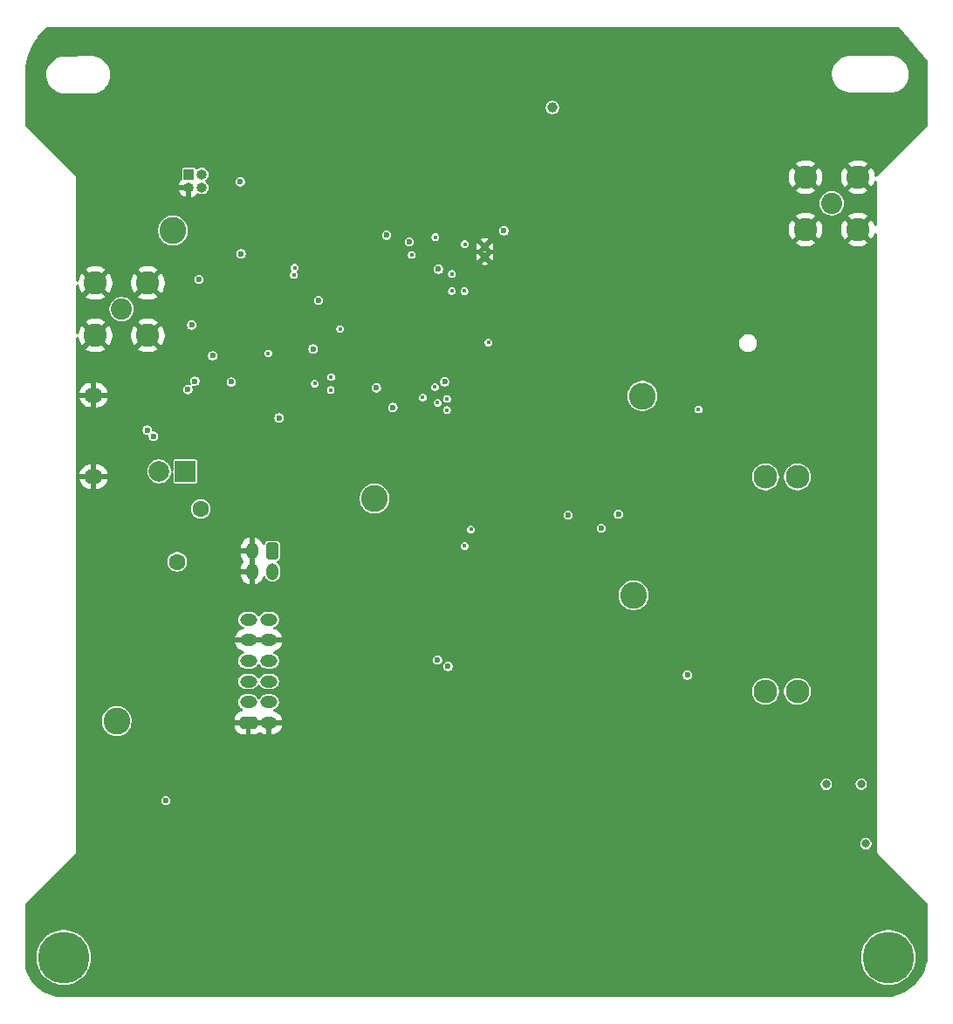
<source format=gbr>
%TF.GenerationSoftware,KiCad,Pcbnew,9.0.0*%
%TF.CreationDate,2025-06-18T14:50:30-07:00*%
%TF.ProjectId,muon_pcb,6d756f6e-5f70-4636-922e-6b696361645f,rev?*%
%TF.SameCoordinates,Original*%
%TF.FileFunction,Copper,L2,Inr*%
%TF.FilePolarity,Positive*%
%FSLAX46Y46*%
G04 Gerber Fmt 4.6, Leading zero omitted, Abs format (unit mm)*
G04 Created by KiCad (PCBNEW 9.0.0) date 2025-06-18 14:50:30*
%MOMM*%
%LPD*%
G01*
G04 APERTURE LIST*
G04 Aperture macros list*
%AMRoundRect*
0 Rectangle with rounded corners*
0 $1 Rounding radius*
0 $2 $3 $4 $5 $6 $7 $8 $9 X,Y pos of 4 corners*
0 Add a 4 corners polygon primitive as box body*
4,1,4,$2,$3,$4,$5,$6,$7,$8,$9,$2,$3,0*
0 Add four circle primitives for the rounded corners*
1,1,$1+$1,$2,$3*
1,1,$1+$1,$4,$5*
1,1,$1+$1,$6,$7*
1,1,$1+$1,$8,$9*
0 Add four rect primitives between the rounded corners*
20,1,$1+$1,$2,$3,$4,$5,0*
20,1,$1+$1,$4,$5,$6,$7,0*
20,1,$1+$1,$6,$7,$8,$9,0*
20,1,$1+$1,$8,$9,$2,$3,0*%
G04 Aperture macros list end*
%TA.AperFunction,ComponentPad*%
%ADD10C,2.300000*%
%TD*%
%TA.AperFunction,ComponentPad*%
%ADD11C,2.600000*%
%TD*%
%TA.AperFunction,ComponentPad*%
%ADD12C,5.000000*%
%TD*%
%TA.AperFunction,ComponentPad*%
%ADD13R,1.000000X1.000000*%
%TD*%
%TA.AperFunction,ComponentPad*%
%ADD14O,1.000000X1.000000*%
%TD*%
%TA.AperFunction,ComponentPad*%
%ADD15RoundRect,0.250000X0.575000X-0.350000X0.575000X0.350000X-0.575000X0.350000X-0.575000X-0.350000X0*%
%TD*%
%TA.AperFunction,ComponentPad*%
%ADD16O,1.650000X1.200000*%
%TD*%
%TA.AperFunction,HeatsinkPad*%
%ADD17C,0.600000*%
%TD*%
%TA.AperFunction,ComponentPad*%
%ADD18O,1.800000X1.400000*%
%TD*%
%TA.AperFunction,ComponentPad*%
%ADD19C,2.050000*%
%TD*%
%TA.AperFunction,ComponentPad*%
%ADD20C,2.250000*%
%TD*%
%TA.AperFunction,ComponentPad*%
%ADD21R,2.000000X2.000000*%
%TD*%
%TA.AperFunction,ComponentPad*%
%ADD22C,2.000000*%
%TD*%
%TA.AperFunction,ComponentPad*%
%ADD23RoundRect,0.250000X0.350000X0.575000X-0.350000X0.575000X-0.350000X-0.575000X0.350000X-0.575000X0*%
%TD*%
%TA.AperFunction,ComponentPad*%
%ADD24O,1.200000X1.650000*%
%TD*%
%TA.AperFunction,ViaPad*%
%ADD25C,0.600000*%
%TD*%
%TA.AperFunction,ViaPad*%
%ADD26C,1.200000*%
%TD*%
%TA.AperFunction,ViaPad*%
%ADD27C,0.450000*%
%TD*%
%TA.AperFunction,ViaPad*%
%ADD28C,2.000000*%
%TD*%
%TA.AperFunction,ViaPad*%
%ADD29C,1.000000*%
%TD*%
%TA.AperFunction,ViaPad*%
%ADD30C,0.800000*%
%TD*%
%TA.AperFunction,ViaPad*%
%ADD31C,1.600000*%
%TD*%
G04 APERTURE END LIST*
D10*
%TO.N,/Sensors/VBACKUP*%
%TO.C,BT1*%
X164590000Y-117850000D03*
X167690000Y-117850000D03*
X164590000Y-97050000D03*
X167690000Y-97050000D03*
%TD*%
D11*
%TO.N,GPS VCC*%
%TO.C,TP3*%
X152650000Y-89200000D03*
%TD*%
%TO.N,RP2040 Reset*%
%TO.C,TP1*%
X107110000Y-73170000D03*
%TD*%
D12*
%TO.N,N/C*%
%TO.C,H2*%
X176503280Y-143650755D03*
%TD*%
D13*
%TO.N,RP2040 Reset*%
%TO.C,J9*%
X108625000Y-67710000D03*
D14*
%TO.N,SWCLK*%
X109895000Y-67710000D03*
%TO.N,GND*%
X108625000Y-68980000D03*
%TO.N,SWD*%
X109895000Y-68980000D03*
%TD*%
D15*
%TO.N,GND*%
%TO.C,J8*%
X114410000Y-120890000D03*
D16*
X116410000Y-120890000D03*
%TO.N,SDA0*%
X114410000Y-118890000D03*
%TO.N,SCL0*%
X116410000Y-118890000D03*
%TO.N,PAYLOAD_BATT*%
X114410000Y-116890000D03*
X116410000Y-116890000D03*
%TO.N,UART0 Rx*%
X114410000Y-114890000D03*
%TO.N,UART0 Tx*%
X116410000Y-114890000D03*
%TO.N,GND*%
X114410000Y-112890000D03*
X116410000Y-112890000D03*
%TO.N,PAYLOAD_PWR*%
X114410000Y-110890000D03*
X116410000Y-110890000D03*
%TD*%
D17*
%TO.N,GND*%
%TO.C,U15*%
X137350000Y-74720000D03*
X137350000Y-75720000D03*
%TD*%
D12*
%TO.N,N/C*%
%TO.C,H1*%
X96503280Y-143650755D03*
%TD*%
D11*
%TO.N,PAYLOAD_PWR*%
%TO.C,TP5*%
X151790000Y-108520000D03*
%TD*%
D18*
%TO.N,GND*%
%TO.C,J12*%
X99400000Y-89120000D03*
X99400000Y-97020000D03*
%TD*%
D11*
%TO.N,Net-(D4-K)*%
%TO.C,TP2*%
X126660000Y-99160000D03*
%TD*%
D19*
%TO.N,Net-(J2-In)*%
%TO.C,J2*%
X171010000Y-70520000D03*
D20*
%TO.N,GND*%
X168470000Y-67980000D03*
X168470000Y-73060000D03*
X173550000Y-67980000D03*
X173550000Y-73060000D03*
%TD*%
D11*
%TO.N,+5V*%
%TO.C,TP7*%
X101640000Y-120730000D03*
%TD*%
D21*
%TO.N,+5V*%
%TO.C,J6*%
X108300000Y-96520000D03*
D22*
%TO.N,Net-(J12-VBUS)*%
X105760000Y-96520000D03*
%TD*%
D23*
%TO.N,+5V*%
%TO.C,J3*%
X116760000Y-104230000D03*
D24*
X116760000Y-106230000D03*
%TO.N,GND*%
X114760000Y-104230000D03*
X114760000Y-106230000D03*
%TD*%
D19*
%TO.N,Cosmic Analog*%
%TO.C,J1*%
X102120000Y-80790000D03*
D20*
%TO.N,GND*%
X99580000Y-78250000D03*
X99580000Y-83330000D03*
X104660000Y-78250000D03*
X104660000Y-83330000D03*
%TD*%
D25*
%TO.N,GND*%
X115420000Y-78120000D03*
D26*
X110460000Y-105780000D03*
D27*
X108090000Y-78960000D03*
D28*
X173120000Y-107540000D03*
X158620000Y-107480000D03*
D27*
X118690000Y-72130000D03*
D29*
X170280000Y-129050000D03*
D30*
X112080000Y-73410000D03*
D29*
X158330000Y-126010000D03*
D30*
X162320000Y-96070000D03*
X166560000Y-90520000D03*
D25*
X113240000Y-81870000D03*
D26*
X99230000Y-99530000D03*
D27*
X113742500Y-88032500D03*
D30*
X158100000Y-74330000D03*
X151680000Y-93300000D03*
D27*
X116800000Y-70000000D03*
D25*
X115590000Y-81870000D03*
D27*
X107250000Y-83390000D03*
D25*
X121870000Y-79050000D03*
D26*
X100430000Y-110880000D03*
D28*
X166140000Y-99970000D03*
D30*
X133690000Y-86340000D03*
X111110000Y-72850000D03*
D27*
X113530000Y-70440000D03*
D30*
X148000000Y-100920000D03*
D25*
X120900000Y-91620000D03*
X168500000Y-94700000D03*
D27*
X118820000Y-73920000D03*
D25*
X119930000Y-97100000D03*
D27*
X109340000Y-86320000D03*
D30*
X168590000Y-77800000D03*
D27*
X118660000Y-71290000D03*
D26*
X108090000Y-121500000D03*
D25*
X113450000Y-65540000D03*
X99240000Y-125460000D03*
D30*
X159600000Y-93760000D03*
D25*
X113290000Y-79510000D03*
D29*
X103800000Y-91350000D03*
D25*
X135420000Y-75970000D03*
D27*
X114720000Y-88780000D03*
X112910000Y-71110000D03*
D25*
X149040000Y-92410000D03*
D26*
X102000000Y-114010000D03*
D30*
X129610000Y-73020000D03*
X152640000Y-94520000D03*
D28*
X114422500Y-80690000D03*
D25*
X140670000Y-75430000D03*
D27*
X113620000Y-73490000D03*
X108260000Y-85340000D03*
D25*
X151780000Y-104820000D03*
D30*
X99140000Y-128290000D03*
D25*
X124600000Y-85130000D03*
D30*
X111970000Y-98200000D03*
D25*
X120010000Y-65540000D03*
D27*
X139200000Y-75470000D03*
D26*
X101400000Y-116870000D03*
D27*
X108150000Y-84360000D03*
D28*
X166140000Y-114700000D03*
X166090000Y-107450000D03*
D25*
X119820000Y-101200000D03*
D30*
X170270000Y-134430000D03*
D25*
X115600000Y-79500000D03*
D27*
X118020000Y-70390000D03*
X114460000Y-69940000D03*
X116020000Y-74710000D03*
D25*
X121410000Y-83830000D03*
D27*
%TO.N,/RP2040 MCU/QSPI_SD1*%
X120847500Y-88007500D03*
X122412500Y-88632500D03*
%TO.N,/RP2040 MCU/QSPI_SD2*%
X116347500Y-85067500D03*
X122442500Y-87367500D03*
D25*
%TO.N,SDA0*%
X132760000Y-114810000D03*
D27*
X132780000Y-89870000D03*
D25*
%TO.N,SCL0*%
X133780000Y-115430000D03*
D27*
X133680000Y-89490000D03*
X132520000Y-88330000D03*
X133680000Y-90570000D03*
%TO.N,GPS Reset*%
X158090000Y-90510000D03*
X137700000Y-84030000D03*
%TO.N,UART0 Rx*%
X118900000Y-76760000D03*
X136000000Y-102150000D03*
D25*
%TO.N,PAYLOAD_PWR*%
X128440000Y-90310000D03*
X113630000Y-68430000D03*
X120680000Y-84630000D03*
X121210000Y-79930000D03*
X130030000Y-74250000D03*
X117380000Y-91320000D03*
X108910000Y-82320000D03*
X139210000Y-73190000D03*
X113710000Y-75410000D03*
X132860000Y-76910000D03*
D30*
X174330000Y-132630000D03*
D25*
X157000000Y-116280000D03*
X148660000Y-102020000D03*
D30*
X173880000Y-126840000D03*
D25*
X145450000Y-100760000D03*
X127840000Y-73600000D03*
D31*
X107520000Y-105290000D03*
D25*
X112760000Y-87840000D03*
X110950000Y-85300000D03*
X109610000Y-77880000D03*
D29*
X143910000Y-61220000D03*
D31*
X109790000Y-100170000D03*
D25*
X106420000Y-128430000D03*
D30*
X170490000Y-126870000D03*
D25*
X150310000Y-100660000D03*
X133460000Y-87830000D03*
X126840000Y-88410000D03*
D27*
%TO.N,UART0 Tx*%
X118840000Y-77470000D03*
X135399000Y-103751000D03*
D25*
%TO.N,USB_D+*%
X108553502Y-88580000D03*
X104599479Y-92509479D03*
%TO.N,USB_D-*%
X105200521Y-93110521D03*
X109230000Y-87760000D03*
D27*
%TO.N,MicroSD CS*%
X131335000Y-89345000D03*
X123310000Y-82690000D03*
%TO.N,SCL1*%
X134160000Y-79020000D03*
X134160000Y-77370000D03*
%TO.N,SDA1*%
X135370000Y-79030000D03*
X130255000Y-75525000D03*
X135410000Y-74470000D03*
X132560000Y-73790000D03*
%TD*%
%TA.AperFunction,Conductor*%
%TO.N,GND*%
G36*
X116013963Y-120725956D02*
G01*
X115985000Y-120834048D01*
X115985000Y-120945952D01*
X116013963Y-121054044D01*
X116063590Y-121140000D01*
X114756410Y-121140000D01*
X114806037Y-121054044D01*
X114835000Y-120945952D01*
X114835000Y-120834048D01*
X114806037Y-120725956D01*
X114756410Y-120640000D01*
X116063590Y-120640000D01*
X116013963Y-120725956D01*
G37*
%TD.AperFunction*%
%TA.AperFunction,Conductor*%
G36*
X116013963Y-112725956D02*
G01*
X115985000Y-112834048D01*
X115985000Y-112945952D01*
X116013963Y-113054044D01*
X116063590Y-113140000D01*
X114756410Y-113140000D01*
X114806037Y-113054044D01*
X114835000Y-112945952D01*
X114835000Y-112834048D01*
X114806037Y-112725956D01*
X114756410Y-112640000D01*
X116063590Y-112640000D01*
X116013963Y-112725956D01*
G37*
%TD.AperFunction*%
%TA.AperFunction,Conductor*%
G36*
X115010000Y-105883590D02*
G01*
X114924044Y-105833963D01*
X114815952Y-105805000D01*
X114704048Y-105805000D01*
X114595956Y-105833963D01*
X114510000Y-105883590D01*
X114510000Y-104576409D01*
X114595956Y-104626037D01*
X114704048Y-104655000D01*
X114815952Y-104655000D01*
X114924044Y-104626037D01*
X115010000Y-104576409D01*
X115010000Y-105883590D01*
G37*
%TD.AperFunction*%
%TA.AperFunction,Conductor*%
G36*
X177492272Y-53429557D02*
G01*
X177559257Y-53449427D01*
X177587339Y-53474354D01*
X180288311Y-56728060D01*
X180317390Y-56763089D01*
X180345064Y-56827245D01*
X180345980Y-56842291D01*
X180345980Y-62896342D01*
X180326295Y-62963381D01*
X180309661Y-62984023D01*
X175468305Y-67825377D01*
X175468246Y-67825437D01*
X175457851Y-67835833D01*
X175456426Y-67836424D01*
X175400024Y-67892826D01*
X175397721Y-67898385D01*
X175385391Y-67911139D01*
X175364320Y-67923110D01*
X175345725Y-67938649D01*
X175334488Y-67940059D01*
X175324642Y-67945654D01*
X175300443Y-67944333D01*
X175276400Y-67947352D01*
X175266185Y-67942464D01*
X175254876Y-67941847D01*
X175235232Y-67927652D01*
X175213374Y-67917193D01*
X175207423Y-67907557D01*
X175198244Y-67900925D01*
X175189393Y-67878365D01*
X175176659Y-67857747D01*
X175173770Y-67844348D01*
X175134986Y-67599476D01*
X175055948Y-67356218D01*
X175055947Y-67356215D01*
X174939824Y-67128313D01*
X174862148Y-67021403D01*
X174862148Y-67021402D01*
X174304114Y-67579436D01*
X174303260Y-67577374D01*
X174210238Y-67438156D01*
X174091844Y-67319762D01*
X173952626Y-67226740D01*
X173950560Y-67225884D01*
X174508596Y-66667850D01*
X174401686Y-66590175D01*
X174173784Y-66474052D01*
X174173781Y-66474051D01*
X173930523Y-66395013D01*
X173677889Y-66355000D01*
X173422111Y-66355000D01*
X173169476Y-66395013D01*
X172926218Y-66474051D01*
X172926215Y-66474052D01*
X172698310Y-66590177D01*
X172591403Y-66667849D01*
X172591402Y-66667850D01*
X173149437Y-67225885D01*
X173147374Y-67226740D01*
X173008156Y-67319762D01*
X172889762Y-67438156D01*
X172796740Y-67577374D01*
X172795885Y-67579437D01*
X172237850Y-67021402D01*
X172237849Y-67021403D01*
X172160177Y-67128310D01*
X172044052Y-67356215D01*
X172044051Y-67356218D01*
X171965013Y-67599476D01*
X171925000Y-67852110D01*
X171925000Y-68107889D01*
X171965013Y-68360523D01*
X172044051Y-68603781D01*
X172044052Y-68603784D01*
X172160175Y-68831686D01*
X172237850Y-68938595D01*
X172237850Y-68938596D01*
X172795884Y-68380561D01*
X172796740Y-68382626D01*
X172889762Y-68521844D01*
X173008156Y-68640238D01*
X173147374Y-68733260D01*
X173149437Y-68734114D01*
X172591402Y-69292148D01*
X172698313Y-69369824D01*
X172926215Y-69485947D01*
X172926218Y-69485948D01*
X173169476Y-69564986D01*
X173422111Y-69605000D01*
X173677889Y-69605000D01*
X173930523Y-69564986D01*
X174173781Y-69485948D01*
X174173784Y-69485947D01*
X174401685Y-69369825D01*
X174508595Y-69292148D01*
X174508596Y-69292148D01*
X173950562Y-68734114D01*
X173952626Y-68733260D01*
X174091844Y-68640238D01*
X174210238Y-68521844D01*
X174303260Y-68382626D01*
X174304114Y-68380562D01*
X174862148Y-68938596D01*
X174862148Y-68938595D01*
X174939825Y-68831685D01*
X175055947Y-68603784D01*
X175055948Y-68603781D01*
X175127569Y-68383353D01*
X175167006Y-68325678D01*
X175231365Y-68298479D01*
X175300211Y-68310393D01*
X175351687Y-68357637D01*
X175369500Y-68421671D01*
X175369500Y-72618328D01*
X175349815Y-72685367D01*
X175297011Y-72731122D01*
X175227853Y-72741066D01*
X175164297Y-72712041D01*
X175127569Y-72656646D01*
X175055948Y-72436218D01*
X175055947Y-72436215D01*
X174939824Y-72208313D01*
X174862148Y-72101403D01*
X174862148Y-72101402D01*
X174304114Y-72659436D01*
X174303260Y-72657374D01*
X174210238Y-72518156D01*
X174091844Y-72399762D01*
X173952626Y-72306740D01*
X173950560Y-72305884D01*
X174508596Y-71747850D01*
X174401686Y-71670175D01*
X174173784Y-71554052D01*
X174173781Y-71554051D01*
X173930523Y-71475013D01*
X173677889Y-71435000D01*
X173422111Y-71435000D01*
X173169476Y-71475013D01*
X172926218Y-71554051D01*
X172926215Y-71554052D01*
X172698310Y-71670177D01*
X172591403Y-71747849D01*
X172591402Y-71747850D01*
X173149437Y-72305885D01*
X173147374Y-72306740D01*
X173008156Y-72399762D01*
X172889762Y-72518156D01*
X172796740Y-72657374D01*
X172795885Y-72659437D01*
X172237850Y-72101402D01*
X172237849Y-72101403D01*
X172160177Y-72208310D01*
X172044052Y-72436215D01*
X172044051Y-72436218D01*
X171965013Y-72679476D01*
X171925000Y-72932110D01*
X171925000Y-73187889D01*
X171965013Y-73440523D01*
X172044051Y-73683781D01*
X172044052Y-73683784D01*
X172160175Y-73911686D01*
X172237850Y-74018595D01*
X172237850Y-74018596D01*
X172795884Y-73460561D01*
X172796740Y-73462626D01*
X172889762Y-73601844D01*
X173008156Y-73720238D01*
X173147374Y-73813260D01*
X173149437Y-73814114D01*
X172591402Y-74372148D01*
X172698313Y-74449824D01*
X172926215Y-74565947D01*
X172926218Y-74565948D01*
X173169476Y-74644986D01*
X173422111Y-74685000D01*
X173677889Y-74685000D01*
X173930523Y-74644986D01*
X174173781Y-74565948D01*
X174173784Y-74565947D01*
X174401685Y-74449825D01*
X174508595Y-74372148D01*
X174508596Y-74372148D01*
X173950562Y-73814114D01*
X173952626Y-73813260D01*
X174091844Y-73720238D01*
X174210238Y-73601844D01*
X174303260Y-73462626D01*
X174304114Y-73460562D01*
X174862148Y-74018596D01*
X174862148Y-74018595D01*
X174939825Y-73911685D01*
X175055947Y-73683784D01*
X175055948Y-73683781D01*
X175127569Y-73463353D01*
X175167006Y-73405678D01*
X175231365Y-73378479D01*
X175300211Y-73390393D01*
X175351687Y-73437637D01*
X175369500Y-73501671D01*
X175369500Y-133429883D01*
X175400024Y-133503574D01*
X175456426Y-133559976D01*
X175456429Y-133559977D01*
X175463527Y-133564720D01*
X175482316Y-133580141D01*
X180309661Y-138407486D01*
X180343146Y-138468809D01*
X180345980Y-138495167D01*
X180345980Y-143697500D01*
X180344051Y-143719287D01*
X180280582Y-144074893D01*
X180278228Y-144085414D01*
X180180029Y-144449294D01*
X180176771Y-144459570D01*
X180047331Y-144813561D01*
X180043192Y-144823515D01*
X179883502Y-145164912D01*
X179878514Y-145174470D01*
X179689769Y-145500711D01*
X179683970Y-145509799D01*
X179467601Y-145818417D01*
X179461034Y-145826967D01*
X179218682Y-146115617D01*
X179211398Y-146123564D01*
X178944885Y-146390079D01*
X178936937Y-146397363D01*
X178648285Y-146639719D01*
X178639735Y-146646286D01*
X178331115Y-146862660D01*
X178322027Y-146868459D01*
X177995797Y-147057199D01*
X177986240Y-147062187D01*
X177644840Y-147221883D01*
X177634885Y-147226022D01*
X177280905Y-147355459D01*
X177270629Y-147358718D01*
X176906740Y-147456922D01*
X176896220Y-147459276D01*
X176540732Y-147522726D01*
X176518944Y-147524655D01*
X96597752Y-147524655D01*
X96584813Y-147524653D01*
X96583385Y-147524086D01*
X96545522Y-147524647D01*
X96544580Y-147524647D01*
X96544475Y-147524616D01*
X96540607Y-147524583D01*
X96184209Y-147513104D01*
X96172588Y-147512181D01*
X95821761Y-147467654D01*
X95810278Y-147465644D01*
X95465183Y-147388368D01*
X95453940Y-147385289D01*
X95117629Y-147275948D01*
X95106724Y-147271827D01*
X94782153Y-147131380D01*
X94771683Y-147126252D01*
X94461744Y-146955950D01*
X94451803Y-146949862D01*
X94159235Y-146751213D01*
X94149909Y-146744219D01*
X93877274Y-146518961D01*
X93868646Y-146511121D01*
X93618383Y-146261268D01*
X93610529Y-146252653D01*
X93384829Y-145980396D01*
X93377819Y-145971082D01*
X93178673Y-145678817D01*
X93172581Y-145668904D01*
X93001765Y-145359237D01*
X92996624Y-145348783D01*
X92926276Y-145186940D01*
X92855643Y-145024441D01*
X92851506Y-145013546D01*
X92753119Y-144712610D01*
X92746980Y-144674077D01*
X92746980Y-143501901D01*
X93852780Y-143501901D01*
X93852780Y-143799608D01*
X93886110Y-144095417D01*
X93886112Y-144095429D01*
X93952356Y-144385667D01*
X93952359Y-144385675D01*
X94050680Y-144666659D01*
X94179843Y-144934869D01*
X94179845Y-144934872D01*
X94338230Y-145186940D01*
X94523842Y-145419689D01*
X94734346Y-145630193D01*
X94967095Y-145815805D01*
X95219163Y-145974190D01*
X95487379Y-146103356D01*
X95698415Y-146177200D01*
X95768359Y-146201675D01*
X95768367Y-146201678D01*
X95768370Y-146201678D01*
X95768371Y-146201679D01*
X96058605Y-146267923D01*
X96354427Y-146301254D01*
X96354428Y-146301255D01*
X96354431Y-146301255D01*
X96652132Y-146301255D01*
X96652132Y-146301254D01*
X96947955Y-146267923D01*
X97238189Y-146201679D01*
X97519181Y-146103356D01*
X97787397Y-145974190D01*
X98039465Y-145815805D01*
X98272214Y-145630193D01*
X98482718Y-145419689D01*
X98668330Y-145186940D01*
X98826715Y-144934872D01*
X98955881Y-144666656D01*
X99054204Y-144385664D01*
X99120448Y-144095430D01*
X99153780Y-143799604D01*
X99153780Y-143501906D01*
X99153779Y-143501901D01*
X173852780Y-143501901D01*
X173852780Y-143799608D01*
X173886110Y-144095417D01*
X173886112Y-144095429D01*
X173952356Y-144385667D01*
X173952359Y-144385675D01*
X174050680Y-144666659D01*
X174179843Y-144934869D01*
X174179845Y-144934872D01*
X174338230Y-145186940D01*
X174523842Y-145419689D01*
X174734346Y-145630193D01*
X174967095Y-145815805D01*
X175219163Y-145974190D01*
X175487379Y-146103356D01*
X175698415Y-146177200D01*
X175768359Y-146201675D01*
X175768367Y-146201678D01*
X175768370Y-146201678D01*
X175768371Y-146201679D01*
X176058605Y-146267923D01*
X176354427Y-146301254D01*
X176354428Y-146301255D01*
X176354431Y-146301255D01*
X176652132Y-146301255D01*
X176652132Y-146301254D01*
X176947955Y-146267923D01*
X177238189Y-146201679D01*
X177519181Y-146103356D01*
X177787397Y-145974190D01*
X178039465Y-145815805D01*
X178272214Y-145630193D01*
X178482718Y-145419689D01*
X178668330Y-145186940D01*
X178826715Y-144934872D01*
X178955881Y-144666656D01*
X179054204Y-144385664D01*
X179120448Y-144095430D01*
X179153780Y-143799604D01*
X179153780Y-143501906D01*
X179120448Y-143206080D01*
X179054204Y-142915846D01*
X178955881Y-142634854D01*
X178826715Y-142366638D01*
X178668330Y-142114570D01*
X178482718Y-141881821D01*
X178272214Y-141671317D01*
X178039465Y-141485705D01*
X177787397Y-141327320D01*
X177787394Y-141327318D01*
X177519184Y-141198155D01*
X177238200Y-141099834D01*
X177238192Y-141099831D01*
X177020513Y-141050148D01*
X176947955Y-141033587D01*
X176947951Y-141033586D01*
X176947942Y-141033585D01*
X176652133Y-141000255D01*
X176652129Y-141000255D01*
X176354431Y-141000255D01*
X176354426Y-141000255D01*
X176058617Y-141033585D01*
X176058605Y-141033587D01*
X175768367Y-141099831D01*
X175768359Y-141099834D01*
X175487375Y-141198155D01*
X175219165Y-141327318D01*
X174967096Y-141485704D01*
X174734346Y-141671316D01*
X174523841Y-141881821D01*
X174338229Y-142114571D01*
X174179843Y-142366640D01*
X174050680Y-142634850D01*
X173952359Y-142915834D01*
X173952356Y-142915842D01*
X173886112Y-143206080D01*
X173886110Y-143206092D01*
X173852780Y-143501901D01*
X99153779Y-143501901D01*
X99120448Y-143206080D01*
X99054204Y-142915846D01*
X98955881Y-142634854D01*
X98826715Y-142366638D01*
X98668330Y-142114570D01*
X98482718Y-141881821D01*
X98272214Y-141671317D01*
X98039465Y-141485705D01*
X97787397Y-141327320D01*
X97787394Y-141327318D01*
X97519184Y-141198155D01*
X97238200Y-141099834D01*
X97238192Y-141099831D01*
X97020513Y-141050148D01*
X96947955Y-141033587D01*
X96947951Y-141033586D01*
X96947942Y-141033585D01*
X96652133Y-141000255D01*
X96652129Y-141000255D01*
X96354431Y-141000255D01*
X96354426Y-141000255D01*
X96058617Y-141033585D01*
X96058605Y-141033587D01*
X95768367Y-141099831D01*
X95768359Y-141099834D01*
X95487375Y-141198155D01*
X95219165Y-141327318D01*
X94967096Y-141485704D01*
X94734346Y-141671316D01*
X94523841Y-141881821D01*
X94338229Y-142114571D01*
X94179843Y-142366640D01*
X94050680Y-142634850D01*
X93952359Y-142915834D01*
X93952356Y-142915842D01*
X93886112Y-143206080D01*
X93886110Y-143206092D01*
X93852780Y-143501901D01*
X92746980Y-143501901D01*
X92746980Y-138495167D01*
X92766665Y-138428128D01*
X92783299Y-138407486D01*
X93000006Y-138190779D01*
X97693256Y-133497529D01*
X97723780Y-133423837D01*
X97723780Y-133344073D01*
X97723780Y-132557525D01*
X173779500Y-132557525D01*
X173779500Y-132702475D01*
X173817016Y-132842485D01*
X173817017Y-132842488D01*
X173889488Y-132968011D01*
X173889490Y-132968013D01*
X173889491Y-132968015D01*
X173991985Y-133070509D01*
X173991986Y-133070510D01*
X173991988Y-133070511D01*
X174117511Y-133142982D01*
X174117512Y-133142982D01*
X174117515Y-133142984D01*
X174257525Y-133180500D01*
X174257528Y-133180500D01*
X174402472Y-133180500D01*
X174402475Y-133180500D01*
X174542485Y-133142984D01*
X174668015Y-133070509D01*
X174770509Y-132968015D01*
X174842984Y-132842485D01*
X174880500Y-132702475D01*
X174880500Y-132557525D01*
X174842984Y-132417515D01*
X174770509Y-132291985D01*
X174668015Y-132189491D01*
X174668013Y-132189490D01*
X174668011Y-132189488D01*
X174542488Y-132117017D01*
X174542489Y-132117017D01*
X174531006Y-132113940D01*
X174402475Y-132079500D01*
X174257525Y-132079500D01*
X174128993Y-132113940D01*
X174117511Y-132117017D01*
X173991988Y-132189488D01*
X173991982Y-132189493D01*
X173889493Y-132291982D01*
X173889488Y-132291988D01*
X173817017Y-132417511D01*
X173817016Y-132417515D01*
X173779500Y-132557525D01*
X97723780Y-132557525D01*
X97723780Y-128370691D01*
X105969500Y-128370691D01*
X105969500Y-128489309D01*
X106000201Y-128603886D01*
X106059511Y-128706613D01*
X106143387Y-128790489D01*
X106246114Y-128849799D01*
X106360691Y-128880500D01*
X106360694Y-128880500D01*
X106479306Y-128880500D01*
X106479309Y-128880500D01*
X106593886Y-128849799D01*
X106696613Y-128790489D01*
X106780489Y-128706613D01*
X106839799Y-128603886D01*
X106870500Y-128489309D01*
X106870500Y-128370691D01*
X106839799Y-128256114D01*
X106780489Y-128153387D01*
X106696613Y-128069511D01*
X106593886Y-128010201D01*
X106479309Y-127979500D01*
X106360691Y-127979500D01*
X106246114Y-128010201D01*
X106246112Y-128010201D01*
X106246112Y-128010202D01*
X106143387Y-128069511D01*
X106143384Y-128069513D01*
X106059513Y-128153384D01*
X106059511Y-128153387D01*
X106000201Y-128256114D01*
X105969500Y-128370691D01*
X97723780Y-128370691D01*
X97723780Y-126797525D01*
X169939500Y-126797525D01*
X169939500Y-126942475D01*
X169977016Y-127082485D01*
X169977017Y-127082488D01*
X170049488Y-127208011D01*
X170049490Y-127208013D01*
X170049491Y-127208015D01*
X170151985Y-127310509D01*
X170151986Y-127310510D01*
X170151988Y-127310511D01*
X170277511Y-127382982D01*
X170277512Y-127382982D01*
X170277515Y-127382984D01*
X170417525Y-127420500D01*
X170417528Y-127420500D01*
X170562472Y-127420500D01*
X170562475Y-127420500D01*
X170702485Y-127382984D01*
X170828015Y-127310509D01*
X170930509Y-127208015D01*
X171002984Y-127082485D01*
X171040500Y-126942475D01*
X171040500Y-126797525D01*
X171032461Y-126767525D01*
X173329500Y-126767525D01*
X173329500Y-126912475D01*
X173337538Y-126942472D01*
X173367017Y-127052488D01*
X173439488Y-127178011D01*
X173439490Y-127178013D01*
X173439491Y-127178015D01*
X173541985Y-127280509D01*
X173541986Y-127280510D01*
X173541988Y-127280511D01*
X173667511Y-127352982D01*
X173667512Y-127352982D01*
X173667515Y-127352984D01*
X173807525Y-127390500D01*
X173807528Y-127390500D01*
X173952472Y-127390500D01*
X173952475Y-127390500D01*
X174092485Y-127352984D01*
X174218015Y-127280509D01*
X174320509Y-127178015D01*
X174392984Y-127052485D01*
X174430500Y-126912475D01*
X174430500Y-126767525D01*
X174392984Y-126627515D01*
X174337831Y-126531988D01*
X174320511Y-126501988D01*
X174320506Y-126501982D01*
X174218017Y-126399493D01*
X174218011Y-126399488D01*
X174092488Y-126327017D01*
X174092489Y-126327017D01*
X174064435Y-126319500D01*
X173952475Y-126289500D01*
X173807525Y-126289500D01*
X173695565Y-126319500D01*
X173667511Y-126327017D01*
X173541988Y-126399488D01*
X173541982Y-126399493D01*
X173439493Y-126501982D01*
X173439488Y-126501988D01*
X173367017Y-126627511D01*
X173367016Y-126627515D01*
X173329500Y-126767525D01*
X171032461Y-126767525D01*
X171002984Y-126657515D01*
X170985663Y-126627515D01*
X170930511Y-126531988D01*
X170930506Y-126531982D01*
X170828017Y-126429493D01*
X170828011Y-126429488D01*
X170702488Y-126357017D01*
X170702489Y-126357017D01*
X170691006Y-126353940D01*
X170562475Y-126319500D01*
X170417525Y-126319500D01*
X170288993Y-126353940D01*
X170277511Y-126357017D01*
X170151988Y-126429488D01*
X170151982Y-126429493D01*
X170049493Y-126531982D01*
X170049488Y-126531988D01*
X169977017Y-126657511D01*
X169977016Y-126657515D01*
X169939500Y-126797525D01*
X97723780Y-126797525D01*
X97723780Y-120615837D01*
X100189500Y-120615837D01*
X100189500Y-120844162D01*
X100225215Y-121069660D01*
X100295770Y-121286803D01*
X100387343Y-121466524D01*
X100399421Y-121490228D01*
X100533621Y-121674937D01*
X100695063Y-121836379D01*
X100879772Y-121970579D01*
X100975884Y-122019550D01*
X101083196Y-122074229D01*
X101083198Y-122074229D01*
X101083201Y-122074231D01*
X101199592Y-122112049D01*
X101300339Y-122144784D01*
X101525838Y-122180500D01*
X101525843Y-122180500D01*
X101754162Y-122180500D01*
X101979660Y-122144784D01*
X102196799Y-122074231D01*
X102400228Y-121970579D01*
X102584937Y-121836379D01*
X102746379Y-121674937D01*
X102880579Y-121490228D01*
X102984231Y-121286799D01*
X103054784Y-121069660D01*
X103054852Y-121069232D01*
X103090500Y-120844162D01*
X103090500Y-120615837D01*
X103073145Y-120506262D01*
X103070571Y-120490013D01*
X113085000Y-120490013D01*
X113085000Y-120640000D01*
X114063590Y-120640000D01*
X114013963Y-120725956D01*
X113985000Y-120834048D01*
X113985000Y-120945952D01*
X114013963Y-121054044D01*
X114063590Y-121140000D01*
X113085001Y-121140000D01*
X113085001Y-121289986D01*
X113095494Y-121392697D01*
X113150641Y-121559119D01*
X113150643Y-121559124D01*
X113242684Y-121708345D01*
X113366654Y-121832315D01*
X113515875Y-121924356D01*
X113515880Y-121924358D01*
X113682302Y-121979505D01*
X113682309Y-121979506D01*
X113785019Y-121989999D01*
X114159999Y-121989999D01*
X114160000Y-121989998D01*
X114160000Y-121236409D01*
X114245956Y-121286037D01*
X114354048Y-121315000D01*
X114465952Y-121315000D01*
X114574044Y-121286037D01*
X114660000Y-121236409D01*
X114660000Y-121989999D01*
X115034972Y-121989999D01*
X115034986Y-121989998D01*
X115137697Y-121979505D01*
X115304119Y-121924358D01*
X115304124Y-121924356D01*
X115453342Y-121832317D01*
X115454882Y-121831100D01*
X115456137Y-121830593D01*
X115459491Y-121828525D01*
X115459844Y-121829097D01*
X115519677Y-121804959D01*
X115588319Y-121817997D01*
X115604684Y-121828050D01*
X115608471Y-121830802D01*
X115762742Y-121909408D01*
X115927415Y-121962914D01*
X116098429Y-121990000D01*
X116160000Y-121990000D01*
X116160000Y-121236409D01*
X116245956Y-121286037D01*
X116354048Y-121315000D01*
X116465952Y-121315000D01*
X116574044Y-121286037D01*
X116660000Y-121236409D01*
X116660000Y-121990000D01*
X116721571Y-121990000D01*
X116892584Y-121962914D01*
X117057257Y-121909408D01*
X117211524Y-121830804D01*
X117351602Y-121729032D01*
X117474032Y-121606602D01*
X117575804Y-121466524D01*
X117654408Y-121312255D01*
X117707914Y-121147584D01*
X117709115Y-121140000D01*
X116756410Y-121140000D01*
X116806037Y-121054044D01*
X116835000Y-120945952D01*
X116835000Y-120834048D01*
X116806037Y-120725956D01*
X116756410Y-120640000D01*
X117709115Y-120640000D01*
X117709115Y-120639999D01*
X117707914Y-120632415D01*
X117654408Y-120467744D01*
X117575804Y-120313475D01*
X117474032Y-120173397D01*
X117351602Y-120050967D01*
X117211524Y-119949195D01*
X117057256Y-119870591D01*
X116912647Y-119823604D01*
X116854972Y-119784166D01*
X116827774Y-119719807D01*
X116839689Y-119650961D01*
X116886934Y-119599485D01*
X116903501Y-119591117D01*
X116990495Y-119555084D01*
X117113416Y-119472951D01*
X117217951Y-119368416D01*
X117300084Y-119245495D01*
X117302067Y-119240709D01*
X117356656Y-119108917D01*
X117356658Y-119108913D01*
X117385500Y-118963918D01*
X117385500Y-118816082D01*
X117385500Y-118816079D01*
X117356659Y-118671092D01*
X117356658Y-118671091D01*
X117356658Y-118671087D01*
X117302182Y-118539570D01*
X117300087Y-118534511D01*
X117300080Y-118534498D01*
X117217951Y-118411584D01*
X117217948Y-118411580D01*
X117113419Y-118307051D01*
X117113415Y-118307048D01*
X116990501Y-118224919D01*
X116990488Y-118224912D01*
X116853917Y-118168343D01*
X116853907Y-118168340D01*
X116708920Y-118139500D01*
X116708918Y-118139500D01*
X116111082Y-118139500D01*
X116111080Y-118139500D01*
X115966092Y-118168340D01*
X115966082Y-118168343D01*
X115829511Y-118224912D01*
X115829498Y-118224919D01*
X115706584Y-118307048D01*
X115706580Y-118307051D01*
X115602051Y-118411580D01*
X115602048Y-118411584D01*
X115519913Y-118534507D01*
X115519357Y-118535549D01*
X115518921Y-118535992D01*
X115516531Y-118539570D01*
X115515852Y-118539116D01*
X115470394Y-118585392D01*
X115402256Y-118600852D01*
X115336577Y-118577019D01*
X115303885Y-118539291D01*
X115303469Y-118539570D01*
X115301251Y-118536251D01*
X115300643Y-118535549D01*
X115300086Y-118534507D01*
X115217951Y-118411584D01*
X115217948Y-118411580D01*
X115113419Y-118307051D01*
X115113415Y-118307048D01*
X114990501Y-118224919D01*
X114990488Y-118224912D01*
X114853917Y-118168343D01*
X114853907Y-118168340D01*
X114708920Y-118139500D01*
X114708918Y-118139500D01*
X114111082Y-118139500D01*
X114111080Y-118139500D01*
X113966092Y-118168340D01*
X113966082Y-118168343D01*
X113829511Y-118224912D01*
X113829498Y-118224919D01*
X113706584Y-118307048D01*
X113706580Y-118307051D01*
X113602051Y-118411580D01*
X113602048Y-118411584D01*
X113519919Y-118534498D01*
X113519912Y-118534511D01*
X113463343Y-118671082D01*
X113463340Y-118671092D01*
X113434500Y-118816079D01*
X113434500Y-118816082D01*
X113434500Y-118963918D01*
X113434500Y-118963920D01*
X113434499Y-118963920D01*
X113463340Y-119108907D01*
X113463343Y-119108917D01*
X113519912Y-119245488D01*
X113519919Y-119245501D01*
X113602048Y-119368415D01*
X113602051Y-119368419D01*
X113706580Y-119472948D01*
X113706584Y-119472951D01*
X113829498Y-119555080D01*
X113833178Y-119557047D01*
X113883023Y-119606009D01*
X113898485Y-119674146D01*
X113874655Y-119739826D01*
X113819098Y-119782196D01*
X113787329Y-119789765D01*
X113682302Y-119800494D01*
X113515880Y-119855641D01*
X113515875Y-119855643D01*
X113366654Y-119947684D01*
X113242684Y-120071654D01*
X113150643Y-120220875D01*
X113150641Y-120220880D01*
X113095494Y-120387302D01*
X113095493Y-120387309D01*
X113085000Y-120490013D01*
X103070571Y-120490013D01*
X103054784Y-120390339D01*
X102999721Y-120220875D01*
X102984231Y-120173201D01*
X102984229Y-120173198D01*
X102984229Y-120173196D01*
X102880578Y-119969771D01*
X102746379Y-119785063D01*
X102584937Y-119623621D01*
X102400228Y-119489421D01*
X102367898Y-119472948D01*
X102196803Y-119385770D01*
X101979660Y-119315215D01*
X101754162Y-119279500D01*
X101754157Y-119279500D01*
X101525843Y-119279500D01*
X101525838Y-119279500D01*
X101300339Y-119315215D01*
X101083196Y-119385770D01*
X100879771Y-119489421D01*
X100695061Y-119623622D01*
X100533622Y-119785061D01*
X100399421Y-119969771D01*
X100295770Y-120173196D01*
X100225215Y-120390339D01*
X100189500Y-120615837D01*
X97723780Y-120615837D01*
X97723780Y-117747648D01*
X163289500Y-117747648D01*
X163289500Y-117952351D01*
X163321522Y-118154534D01*
X163384781Y-118349223D01*
X163477715Y-118531613D01*
X163598028Y-118697213D01*
X163742786Y-118841971D01*
X163897749Y-118954556D01*
X163908390Y-118962287D01*
X164024607Y-119021503D01*
X164090776Y-119055218D01*
X164090778Y-119055218D01*
X164090781Y-119055220D01*
X164195137Y-119089127D01*
X164285465Y-119118477D01*
X164386557Y-119134488D01*
X164487648Y-119150500D01*
X164487649Y-119150500D01*
X164692351Y-119150500D01*
X164692352Y-119150500D01*
X164894534Y-119118477D01*
X165089219Y-119055220D01*
X165271610Y-118962287D01*
X165364590Y-118894732D01*
X165437213Y-118841971D01*
X165437215Y-118841968D01*
X165437219Y-118841966D01*
X165581966Y-118697219D01*
X165581968Y-118697215D01*
X165581971Y-118697213D01*
X165663212Y-118585392D01*
X165702287Y-118531610D01*
X165795220Y-118349219D01*
X165858477Y-118154534D01*
X165890500Y-117952352D01*
X165890500Y-117747648D01*
X166389500Y-117747648D01*
X166389500Y-117952351D01*
X166421522Y-118154534D01*
X166484781Y-118349223D01*
X166577715Y-118531613D01*
X166698028Y-118697213D01*
X166842786Y-118841971D01*
X166997749Y-118954556D01*
X167008390Y-118962287D01*
X167124607Y-119021503D01*
X167190776Y-119055218D01*
X167190778Y-119055218D01*
X167190781Y-119055220D01*
X167295137Y-119089127D01*
X167385465Y-119118477D01*
X167486557Y-119134488D01*
X167587648Y-119150500D01*
X167587649Y-119150500D01*
X167792351Y-119150500D01*
X167792352Y-119150500D01*
X167994534Y-119118477D01*
X168189219Y-119055220D01*
X168371610Y-118962287D01*
X168464590Y-118894732D01*
X168537213Y-118841971D01*
X168537215Y-118841968D01*
X168537219Y-118841966D01*
X168681966Y-118697219D01*
X168681968Y-118697215D01*
X168681971Y-118697213D01*
X168763212Y-118585392D01*
X168802287Y-118531610D01*
X168895220Y-118349219D01*
X168958477Y-118154534D01*
X168990500Y-117952352D01*
X168990500Y-117747648D01*
X168960001Y-117555087D01*
X168958477Y-117545465D01*
X168900950Y-117368416D01*
X168895220Y-117350781D01*
X168895218Y-117350778D01*
X168895218Y-117350776D01*
X168841577Y-117245501D01*
X168802287Y-117168390D01*
X168759075Y-117108913D01*
X168681971Y-117002786D01*
X168537213Y-116858028D01*
X168371613Y-116737715D01*
X168371612Y-116737714D01*
X168371610Y-116737713D01*
X168297196Y-116699797D01*
X168189223Y-116644781D01*
X167994534Y-116581522D01*
X167819995Y-116553878D01*
X167792352Y-116549500D01*
X167587648Y-116549500D01*
X167563329Y-116553351D01*
X167385465Y-116581522D01*
X167190776Y-116644781D01*
X167008386Y-116737715D01*
X166842786Y-116858028D01*
X166698028Y-117002786D01*
X166577715Y-117168386D01*
X166484781Y-117350776D01*
X166421522Y-117545465D01*
X166389500Y-117747648D01*
X165890500Y-117747648D01*
X165860001Y-117555087D01*
X165858477Y-117545465D01*
X165800950Y-117368416D01*
X165795220Y-117350781D01*
X165795218Y-117350778D01*
X165795218Y-117350776D01*
X165741577Y-117245501D01*
X165702287Y-117168390D01*
X165659075Y-117108913D01*
X165581971Y-117002786D01*
X165437213Y-116858028D01*
X165271613Y-116737715D01*
X165271612Y-116737714D01*
X165271610Y-116737713D01*
X165197196Y-116699797D01*
X165089223Y-116644781D01*
X164894534Y-116581522D01*
X164719995Y-116553878D01*
X164692352Y-116549500D01*
X164487648Y-116549500D01*
X164463329Y-116553351D01*
X164285465Y-116581522D01*
X164090776Y-116644781D01*
X163908386Y-116737715D01*
X163742786Y-116858028D01*
X163598028Y-117002786D01*
X163477715Y-117168386D01*
X163384781Y-117350776D01*
X163321522Y-117545465D01*
X163289500Y-117747648D01*
X97723780Y-117747648D01*
X97723780Y-116963920D01*
X113434499Y-116963920D01*
X113463340Y-117108907D01*
X113463343Y-117108917D01*
X113519912Y-117245488D01*
X113519919Y-117245501D01*
X113602048Y-117368415D01*
X113602051Y-117368419D01*
X113706580Y-117472948D01*
X113706584Y-117472951D01*
X113829498Y-117555080D01*
X113829511Y-117555087D01*
X113966082Y-117611656D01*
X113966087Y-117611658D01*
X113966091Y-117611658D01*
X113966092Y-117611659D01*
X114111079Y-117640500D01*
X114111082Y-117640500D01*
X114708920Y-117640500D01*
X114806462Y-117621096D01*
X114853913Y-117611658D01*
X114990495Y-117555084D01*
X115113416Y-117472951D01*
X115217951Y-117368416D01*
X115300084Y-117245495D01*
X115300087Y-117245488D01*
X115300639Y-117244457D01*
X115301074Y-117244013D01*
X115303469Y-117240430D01*
X115304148Y-117240884D01*
X115349599Y-117194611D01*
X115417735Y-117179147D01*
X115483416Y-117202975D01*
X115516113Y-117240709D01*
X115516531Y-117240430D01*
X115518752Y-117243754D01*
X115519361Y-117244457D01*
X115519917Y-117245498D01*
X115602048Y-117368415D01*
X115602051Y-117368419D01*
X115706580Y-117472948D01*
X115706584Y-117472951D01*
X115829498Y-117555080D01*
X115829511Y-117555087D01*
X115966082Y-117611656D01*
X115966087Y-117611658D01*
X115966091Y-117611658D01*
X115966092Y-117611659D01*
X116111079Y-117640500D01*
X116111082Y-117640500D01*
X116708920Y-117640500D01*
X116806151Y-117621159D01*
X116835787Y-117615263D01*
X116853913Y-117611658D01*
X116990495Y-117555084D01*
X117113416Y-117472951D01*
X117217951Y-117368416D01*
X117300084Y-117245495D01*
X117302067Y-117240709D01*
X117332022Y-117168390D01*
X117356658Y-117108913D01*
X117366096Y-117061462D01*
X117385500Y-116963920D01*
X117385500Y-116816079D01*
X117356659Y-116671092D01*
X117356658Y-116671091D01*
X117356658Y-116671087D01*
X117321162Y-116585392D01*
X117300087Y-116534511D01*
X117300080Y-116534498D01*
X117217951Y-116411584D01*
X117217948Y-116411580D01*
X117113421Y-116307053D01*
X117113414Y-116307047D01*
X116990501Y-116224919D01*
X116990488Y-116224912D01*
X116980298Y-116220691D01*
X156549500Y-116220691D01*
X156549500Y-116339309D01*
X156580201Y-116453886D01*
X156639511Y-116556613D01*
X156723387Y-116640489D01*
X156826114Y-116699799D01*
X156940691Y-116730500D01*
X156940694Y-116730500D01*
X157059306Y-116730500D01*
X157059309Y-116730500D01*
X157173886Y-116699799D01*
X157276613Y-116640489D01*
X157360489Y-116556613D01*
X157419799Y-116453886D01*
X157450500Y-116339309D01*
X157450500Y-116220691D01*
X157419799Y-116106114D01*
X157360489Y-116003387D01*
X157276613Y-115919511D01*
X157173886Y-115860201D01*
X157059309Y-115829500D01*
X156940691Y-115829500D01*
X156826114Y-115860201D01*
X156826112Y-115860201D01*
X156826112Y-115860202D01*
X156723387Y-115919511D01*
X156723384Y-115919513D01*
X156639513Y-116003384D01*
X156639511Y-116003387D01*
X156580201Y-116106114D01*
X156549500Y-116220691D01*
X116980298Y-116220691D01*
X116853917Y-116168343D01*
X116853907Y-116168340D01*
X116708920Y-116139500D01*
X116708918Y-116139500D01*
X116111082Y-116139500D01*
X116111080Y-116139500D01*
X115966092Y-116168340D01*
X115966082Y-116168343D01*
X115829511Y-116224912D01*
X115829498Y-116224919D01*
X115706584Y-116307048D01*
X115706580Y-116307051D01*
X115602051Y-116411580D01*
X115602048Y-116411584D01*
X115519913Y-116534507D01*
X115519357Y-116535549D01*
X115518921Y-116535992D01*
X115516531Y-116539570D01*
X115515852Y-116539116D01*
X115470394Y-116585392D01*
X115402256Y-116600852D01*
X115336577Y-116577019D01*
X115303885Y-116539291D01*
X115303469Y-116539570D01*
X115301251Y-116536251D01*
X115300643Y-116535549D01*
X115300086Y-116534507D01*
X115217951Y-116411584D01*
X115217948Y-116411580D01*
X115113419Y-116307051D01*
X115113415Y-116307048D01*
X114990501Y-116224919D01*
X114990488Y-116224912D01*
X114853917Y-116168343D01*
X114853907Y-116168340D01*
X114708920Y-116139500D01*
X114708918Y-116139500D01*
X114111082Y-116139500D01*
X114111080Y-116139500D01*
X113966092Y-116168340D01*
X113966082Y-116168343D01*
X113829511Y-116224912D01*
X113829498Y-116224919D01*
X113706584Y-116307048D01*
X113706580Y-116307051D01*
X113602051Y-116411580D01*
X113602048Y-116411584D01*
X113519919Y-116534498D01*
X113519912Y-116534511D01*
X113463343Y-116671082D01*
X113463340Y-116671092D01*
X113434500Y-116816079D01*
X113434500Y-116816082D01*
X113434500Y-116963918D01*
X113434500Y-116963920D01*
X113434499Y-116963920D01*
X97723780Y-116963920D01*
X97723780Y-112639999D01*
X113110884Y-112639999D01*
X113110885Y-112640000D01*
X114063590Y-112640000D01*
X114013963Y-112725956D01*
X113985000Y-112834048D01*
X113985000Y-112945952D01*
X114013963Y-113054044D01*
X114063590Y-113140000D01*
X113110885Y-113140000D01*
X113112085Y-113147584D01*
X113165591Y-113312255D01*
X113244195Y-113466524D01*
X113345967Y-113606602D01*
X113468397Y-113729032D01*
X113608475Y-113830804D01*
X113762742Y-113909408D01*
X113907352Y-113956395D01*
X113965027Y-113995833D01*
X113992225Y-114060192D01*
X113980310Y-114129038D01*
X113933066Y-114180514D01*
X113916486Y-114188887D01*
X113829508Y-114224914D01*
X113829498Y-114224919D01*
X113706584Y-114307048D01*
X113706580Y-114307051D01*
X113602051Y-114411580D01*
X113602048Y-114411584D01*
X113519919Y-114534498D01*
X113519912Y-114534511D01*
X113463343Y-114671082D01*
X113463340Y-114671092D01*
X113434500Y-114816079D01*
X113434500Y-114816082D01*
X113434500Y-114963918D01*
X113434500Y-114963920D01*
X113434499Y-114963920D01*
X113463340Y-115108907D01*
X113463343Y-115108917D01*
X113519912Y-115245488D01*
X113519919Y-115245501D01*
X113602048Y-115368415D01*
X113602051Y-115368419D01*
X113706580Y-115472948D01*
X113706584Y-115472951D01*
X113829498Y-115555080D01*
X113829511Y-115555087D01*
X113947326Y-115603887D01*
X113966087Y-115611658D01*
X113966091Y-115611658D01*
X113966092Y-115611659D01*
X114111079Y-115640500D01*
X114111082Y-115640500D01*
X114708920Y-115640500D01*
X114806462Y-115621096D01*
X114853913Y-115611658D01*
X114990495Y-115555084D01*
X115113416Y-115472951D01*
X115217951Y-115368416D01*
X115300084Y-115245495D01*
X115300087Y-115245488D01*
X115300639Y-115244457D01*
X115301074Y-115244013D01*
X115303469Y-115240430D01*
X115304148Y-115240884D01*
X115349599Y-115194611D01*
X115417735Y-115179147D01*
X115483416Y-115202975D01*
X115516113Y-115240709D01*
X115516531Y-115240430D01*
X115518752Y-115243754D01*
X115519361Y-115244457D01*
X115519917Y-115245498D01*
X115602048Y-115368415D01*
X115602051Y-115368419D01*
X115706580Y-115472948D01*
X115706584Y-115472951D01*
X115829498Y-115555080D01*
X115829511Y-115555087D01*
X115947326Y-115603887D01*
X115966087Y-115611658D01*
X115966091Y-115611658D01*
X115966092Y-115611659D01*
X116111079Y-115640500D01*
X116111082Y-115640500D01*
X116708920Y-115640500D01*
X116806462Y-115621096D01*
X116853913Y-115611658D01*
X116990495Y-115555084D01*
X117113416Y-115472951D01*
X117215676Y-115370691D01*
X133329500Y-115370691D01*
X133329500Y-115489309D01*
X133360201Y-115603886D01*
X133419511Y-115706613D01*
X133503387Y-115790489D01*
X133606114Y-115849799D01*
X133720691Y-115880500D01*
X133720694Y-115880500D01*
X133839306Y-115880500D01*
X133839309Y-115880500D01*
X133953886Y-115849799D01*
X134056613Y-115790489D01*
X134140489Y-115706613D01*
X134199799Y-115603886D01*
X134230500Y-115489309D01*
X134230500Y-115370691D01*
X134199799Y-115256114D01*
X134140489Y-115153387D01*
X134056613Y-115069511D01*
X133953886Y-115010201D01*
X133839309Y-114979500D01*
X133720691Y-114979500D01*
X133606114Y-115010201D01*
X133606112Y-115010201D01*
X133606112Y-115010202D01*
X133503387Y-115069511D01*
X133503384Y-115069513D01*
X133419513Y-115153384D01*
X133419511Y-115153387D01*
X133367188Y-115244013D01*
X133360201Y-115256114D01*
X133329500Y-115370691D01*
X117215676Y-115370691D01*
X117217951Y-115368416D01*
X117300084Y-115245495D01*
X117302067Y-115240709D01*
X117338236Y-115153387D01*
X117356658Y-115108913D01*
X117366096Y-115061462D01*
X117385500Y-114963920D01*
X117385500Y-114816079D01*
X117385499Y-114816077D01*
X117375689Y-114766755D01*
X117372493Y-114750691D01*
X132309500Y-114750691D01*
X132309500Y-114869309D01*
X132340201Y-114983886D01*
X132399511Y-115086613D01*
X132483387Y-115170489D01*
X132586114Y-115229799D01*
X132700691Y-115260500D01*
X132700694Y-115260500D01*
X132819306Y-115260500D01*
X132819309Y-115260500D01*
X132933886Y-115229799D01*
X133036613Y-115170489D01*
X133120489Y-115086613D01*
X133179799Y-114983886D01*
X133210500Y-114869309D01*
X133210500Y-114750691D01*
X133179799Y-114636114D01*
X133120489Y-114533387D01*
X133036613Y-114449511D01*
X132933886Y-114390201D01*
X132819309Y-114359500D01*
X132700691Y-114359500D01*
X132586114Y-114390201D01*
X132586112Y-114390201D01*
X132586112Y-114390202D01*
X132483387Y-114449511D01*
X132483384Y-114449513D01*
X132399513Y-114533384D01*
X132399511Y-114533387D01*
X132340201Y-114636114D01*
X132309500Y-114750691D01*
X117372493Y-114750691D01*
X117356659Y-114671092D01*
X117356658Y-114671091D01*
X117356658Y-114671087D01*
X117302182Y-114539570D01*
X117300087Y-114534511D01*
X117300080Y-114534498D01*
X117217951Y-114411584D01*
X117217948Y-114411580D01*
X117113419Y-114307051D01*
X117113415Y-114307048D01*
X116990501Y-114224919D01*
X116990488Y-114224912D01*
X116903514Y-114188887D01*
X116849110Y-114145046D01*
X116827045Y-114078752D01*
X116844324Y-114011053D01*
X116895461Y-113963442D01*
X116912648Y-113956395D01*
X117057255Y-113909408D01*
X117211524Y-113830804D01*
X117351602Y-113729032D01*
X117474032Y-113606602D01*
X117575804Y-113466524D01*
X117654408Y-113312255D01*
X117707914Y-113147584D01*
X117709115Y-113140000D01*
X116756410Y-113140000D01*
X116806037Y-113054044D01*
X116835000Y-112945952D01*
X116835000Y-112834048D01*
X116806037Y-112725956D01*
X116756410Y-112640000D01*
X117709115Y-112640000D01*
X117709115Y-112639999D01*
X117707914Y-112632415D01*
X117654408Y-112467744D01*
X117575804Y-112313475D01*
X117474032Y-112173397D01*
X117351602Y-112050967D01*
X117211524Y-111949195D01*
X117057256Y-111870591D01*
X116912647Y-111823604D01*
X116854972Y-111784166D01*
X116827774Y-111719807D01*
X116839689Y-111650961D01*
X116886934Y-111599485D01*
X116903501Y-111591117D01*
X116990495Y-111555084D01*
X117113416Y-111472951D01*
X117217951Y-111368416D01*
X117300084Y-111245495D01*
X117302067Y-111240709D01*
X117356656Y-111108917D01*
X117356658Y-111108913D01*
X117385500Y-110963918D01*
X117385500Y-110816082D01*
X117385500Y-110816079D01*
X117356659Y-110671092D01*
X117356658Y-110671091D01*
X117356658Y-110671087D01*
X117302182Y-110539570D01*
X117300087Y-110534511D01*
X117300080Y-110534498D01*
X117217951Y-110411584D01*
X117217948Y-110411580D01*
X117113419Y-110307051D01*
X117113415Y-110307048D01*
X116990501Y-110224919D01*
X116990488Y-110224912D01*
X116853917Y-110168343D01*
X116853907Y-110168340D01*
X116708920Y-110139500D01*
X116708918Y-110139500D01*
X116111082Y-110139500D01*
X116111080Y-110139500D01*
X115966092Y-110168340D01*
X115966082Y-110168343D01*
X115829511Y-110224912D01*
X115829498Y-110224919D01*
X115706584Y-110307048D01*
X115706580Y-110307051D01*
X115602051Y-110411580D01*
X115602048Y-110411584D01*
X115519913Y-110534507D01*
X115519357Y-110535549D01*
X115518921Y-110535992D01*
X115516531Y-110539570D01*
X115515852Y-110539116D01*
X115470394Y-110585392D01*
X115402256Y-110600852D01*
X115336577Y-110577019D01*
X115303885Y-110539291D01*
X115303469Y-110539570D01*
X115301251Y-110536251D01*
X115300643Y-110535549D01*
X115300086Y-110534507D01*
X115217951Y-110411584D01*
X115217948Y-110411580D01*
X115113419Y-110307051D01*
X115113415Y-110307048D01*
X114990501Y-110224919D01*
X114990488Y-110224912D01*
X114853917Y-110168343D01*
X114853907Y-110168340D01*
X114708920Y-110139500D01*
X114708918Y-110139500D01*
X114111082Y-110139500D01*
X114111080Y-110139500D01*
X113966092Y-110168340D01*
X113966082Y-110168343D01*
X113829511Y-110224912D01*
X113829498Y-110224919D01*
X113706584Y-110307048D01*
X113706580Y-110307051D01*
X113602051Y-110411580D01*
X113602048Y-110411584D01*
X113519919Y-110534498D01*
X113519912Y-110534511D01*
X113463343Y-110671082D01*
X113463340Y-110671092D01*
X113434500Y-110816079D01*
X113434500Y-110816082D01*
X113434500Y-110963918D01*
X113434500Y-110963920D01*
X113434499Y-110963920D01*
X113463340Y-111108907D01*
X113463343Y-111108917D01*
X113519912Y-111245488D01*
X113519919Y-111245501D01*
X113602048Y-111368415D01*
X113602051Y-111368419D01*
X113706580Y-111472948D01*
X113706584Y-111472951D01*
X113829498Y-111555080D01*
X113829510Y-111555087D01*
X113899752Y-111584181D01*
X113916485Y-111591112D01*
X113970889Y-111634952D01*
X113992954Y-111701246D01*
X113975675Y-111768946D01*
X113924538Y-111816556D01*
X113907352Y-111823604D01*
X113762743Y-111870591D01*
X113608475Y-111949195D01*
X113468397Y-112050967D01*
X113345967Y-112173397D01*
X113244195Y-112313475D01*
X113165591Y-112467744D01*
X113112085Y-112632415D01*
X113110884Y-112639999D01*
X97723780Y-112639999D01*
X97723780Y-112610873D01*
X97723780Y-108405837D01*
X150339500Y-108405837D01*
X150339500Y-108634162D01*
X150375215Y-108859660D01*
X150445770Y-109076803D01*
X150549421Y-109280228D01*
X150683621Y-109464937D01*
X150845063Y-109626379D01*
X151029772Y-109760579D01*
X151125884Y-109809550D01*
X151233196Y-109864229D01*
X151233198Y-109864229D01*
X151233201Y-109864231D01*
X151349592Y-109902049D01*
X151450339Y-109934784D01*
X151675838Y-109970500D01*
X151675843Y-109970500D01*
X151904162Y-109970500D01*
X152129660Y-109934784D01*
X152346799Y-109864231D01*
X152550228Y-109760579D01*
X152734937Y-109626379D01*
X152896379Y-109464937D01*
X153030579Y-109280228D01*
X153134231Y-109076799D01*
X153204784Y-108859660D01*
X153240500Y-108634162D01*
X153240500Y-108405837D01*
X153204784Y-108180339D01*
X153134229Y-107963196D01*
X153030578Y-107759771D01*
X152896379Y-107575063D01*
X152734937Y-107413621D01*
X152550228Y-107279421D01*
X152346803Y-107175770D01*
X152129660Y-107105215D01*
X151904162Y-107069500D01*
X151904157Y-107069500D01*
X151675843Y-107069500D01*
X151675838Y-107069500D01*
X151450339Y-107105215D01*
X151233196Y-107175770D01*
X151029771Y-107279421D01*
X150845061Y-107413622D01*
X150683622Y-107575061D01*
X150549421Y-107759771D01*
X150445770Y-107963196D01*
X150375215Y-108180339D01*
X150339500Y-108405837D01*
X97723780Y-108405837D01*
X97723780Y-105196379D01*
X106569500Y-105196379D01*
X106569500Y-105383620D01*
X106606025Y-105567243D01*
X106606027Y-105567251D01*
X106677676Y-105740228D01*
X106677681Y-105740237D01*
X106781697Y-105895907D01*
X106781700Y-105895911D01*
X106914088Y-106028299D01*
X106914092Y-106028302D01*
X107069762Y-106132318D01*
X107069768Y-106132321D01*
X107069769Y-106132322D01*
X107242749Y-106203973D01*
X107426379Y-106240499D01*
X107426383Y-106240500D01*
X107426384Y-106240500D01*
X107613617Y-106240500D01*
X107613618Y-106240499D01*
X107797251Y-106203973D01*
X107970231Y-106132322D01*
X108125908Y-106028302D01*
X108258302Y-105895908D01*
X108362322Y-105740231D01*
X108433973Y-105567251D01*
X108470500Y-105383616D01*
X108470500Y-105196384D01*
X108433973Y-105012749D01*
X108367928Y-104853303D01*
X108362323Y-104839771D01*
X108362318Y-104839762D01*
X108258302Y-104684092D01*
X108258299Y-104684088D01*
X108125911Y-104551700D01*
X108125903Y-104551694D01*
X108096089Y-104531773D01*
X108096039Y-104531740D01*
X107970237Y-104447681D01*
X107970228Y-104447676D01*
X107797251Y-104376027D01*
X107797243Y-104376025D01*
X107613620Y-104339500D01*
X107613616Y-104339500D01*
X107426384Y-104339500D01*
X107426379Y-104339500D01*
X107242756Y-104376025D01*
X107242748Y-104376027D01*
X107069771Y-104447676D01*
X107069762Y-104447681D01*
X106914092Y-104551697D01*
X106914088Y-104551700D01*
X106781700Y-104684088D01*
X106781697Y-104684092D01*
X106677681Y-104839762D01*
X106677676Y-104839771D01*
X106606027Y-105012748D01*
X106606025Y-105012756D01*
X106569500Y-105196379D01*
X97723780Y-105196379D01*
X97723780Y-103918428D01*
X113660000Y-103918428D01*
X113660000Y-103980000D01*
X114413590Y-103980000D01*
X114363963Y-104065956D01*
X114335000Y-104174048D01*
X114335000Y-104285952D01*
X114363963Y-104394044D01*
X114413590Y-104480000D01*
X113660000Y-104480000D01*
X113660000Y-104541571D01*
X113687085Y-104712584D01*
X113740591Y-104877257D01*
X113819197Y-105031527D01*
X113910441Y-105157116D01*
X113933920Y-105222922D01*
X113918094Y-105290976D01*
X113910441Y-105302884D01*
X113819197Y-105428472D01*
X113740591Y-105582742D01*
X113687085Y-105747415D01*
X113660000Y-105918428D01*
X113660000Y-105980000D01*
X114413590Y-105980000D01*
X114363963Y-106065956D01*
X114335000Y-106174048D01*
X114335000Y-106285952D01*
X114363963Y-106394044D01*
X114413590Y-106480000D01*
X113660000Y-106480000D01*
X113660000Y-106541571D01*
X113687085Y-106712584D01*
X113740591Y-106877257D01*
X113819195Y-107031524D01*
X113920967Y-107171602D01*
X114043397Y-107294032D01*
X114183475Y-107395804D01*
X114337744Y-107474408D01*
X114502415Y-107527914D01*
X114502414Y-107527914D01*
X114509999Y-107529115D01*
X114510000Y-107529114D01*
X114510000Y-106576409D01*
X114595956Y-106626037D01*
X114704048Y-106655000D01*
X114815952Y-106655000D01*
X114924044Y-106626037D01*
X115010000Y-106576409D01*
X115010000Y-107529115D01*
X115017584Y-107527914D01*
X115182255Y-107474408D01*
X115336524Y-107395804D01*
X115476602Y-107294032D01*
X115599032Y-107171602D01*
X115700804Y-107031524D01*
X115779408Y-106877255D01*
X115826395Y-106732648D01*
X115865833Y-106674972D01*
X115930191Y-106647774D01*
X115999038Y-106659689D01*
X116050513Y-106706933D01*
X116058887Y-106723514D01*
X116094912Y-106810488D01*
X116094919Y-106810501D01*
X116177048Y-106933415D01*
X116177051Y-106933419D01*
X116281580Y-107037948D01*
X116281584Y-107037951D01*
X116404498Y-107120080D01*
X116404511Y-107120087D01*
X116538941Y-107175769D01*
X116541087Y-107176658D01*
X116541091Y-107176658D01*
X116541092Y-107176659D01*
X116686079Y-107205500D01*
X116686082Y-107205500D01*
X116833920Y-107205500D01*
X116931462Y-107186096D01*
X116978913Y-107176658D01*
X117115495Y-107120084D01*
X117238416Y-107037951D01*
X117342951Y-106933416D01*
X117425084Y-106810495D01*
X117481658Y-106673913D01*
X117491181Y-106626037D01*
X117510500Y-106528920D01*
X117510500Y-105931079D01*
X117481659Y-105786092D01*
X117481658Y-105786091D01*
X117481658Y-105786087D01*
X117465640Y-105747415D01*
X117425087Y-105649511D01*
X117425080Y-105649498D01*
X117342951Y-105526584D01*
X117342948Y-105526580D01*
X117238419Y-105422051D01*
X117238411Y-105422045D01*
X117216492Y-105407399D01*
X117171686Y-105353787D01*
X117162979Y-105284462D01*
X117193133Y-105221435D01*
X117229088Y-105193812D01*
X117235300Y-105190646D01*
X117235304Y-105190646D01*
X117348342Y-105133050D01*
X117438050Y-105043342D01*
X117495646Y-104930304D01*
X117495646Y-104930302D01*
X117495647Y-104930301D01*
X117510499Y-104836524D01*
X117510500Y-104836519D01*
X117510499Y-103701565D01*
X135023500Y-103701565D01*
X135023500Y-103800435D01*
X135049090Y-103895938D01*
X135098525Y-103981562D01*
X135168438Y-104051475D01*
X135254062Y-104100910D01*
X135349565Y-104126500D01*
X135349567Y-104126500D01*
X135448432Y-104126500D01*
X135448435Y-104126500D01*
X135543938Y-104100910D01*
X135629562Y-104051475D01*
X135699475Y-103981562D01*
X135748910Y-103895938D01*
X135774500Y-103800435D01*
X135774500Y-103701565D01*
X135748910Y-103606062D01*
X135699475Y-103520438D01*
X135629562Y-103450525D01*
X135543938Y-103401090D01*
X135448435Y-103375500D01*
X135349565Y-103375500D01*
X135254062Y-103401090D01*
X135254060Y-103401091D01*
X135254059Y-103401091D01*
X135168436Y-103450526D01*
X135098526Y-103520436D01*
X135049091Y-103606059D01*
X135049091Y-103606060D01*
X135049090Y-103606062D01*
X135023500Y-103701565D01*
X117510499Y-103701565D01*
X117510499Y-103623482D01*
X117495646Y-103529696D01*
X117438050Y-103416658D01*
X117438046Y-103416654D01*
X117438045Y-103416652D01*
X117348347Y-103326954D01*
X117348344Y-103326952D01*
X117348342Y-103326950D01*
X117271517Y-103287805D01*
X117235301Y-103269352D01*
X117141524Y-103254500D01*
X116378482Y-103254500D01*
X116297519Y-103267323D01*
X116284696Y-103269354D01*
X116171658Y-103326950D01*
X116171657Y-103326951D01*
X116171652Y-103326954D01*
X116081954Y-103416652D01*
X116081951Y-103416657D01*
X116024352Y-103529698D01*
X116019231Y-103562035D01*
X115989301Y-103625170D01*
X115929989Y-103662100D01*
X115860126Y-103661102D01*
X115801894Y-103622491D01*
X115782122Y-103586887D01*
X115781271Y-103587240D01*
X115779411Y-103582748D01*
X115700804Y-103428475D01*
X115599032Y-103288397D01*
X115476602Y-103165967D01*
X115336524Y-103064195D01*
X115182257Y-102985591D01*
X115017589Y-102932087D01*
X115017581Y-102932085D01*
X115010000Y-102930884D01*
X115010000Y-103883590D01*
X114924044Y-103833963D01*
X114815952Y-103805000D01*
X114704048Y-103805000D01*
X114595956Y-103833963D01*
X114510000Y-103883590D01*
X114510000Y-102930884D01*
X114509999Y-102930884D01*
X114502418Y-102932085D01*
X114502410Y-102932087D01*
X114337742Y-102985591D01*
X114183475Y-103064195D01*
X114043397Y-103165967D01*
X113920967Y-103288397D01*
X113819195Y-103428475D01*
X113740591Y-103582742D01*
X113687085Y-103747415D01*
X113660000Y-103918428D01*
X97723780Y-103918428D01*
X97723780Y-102100565D01*
X135624500Y-102100565D01*
X135624500Y-102199435D01*
X135650090Y-102294938D01*
X135699525Y-102380562D01*
X135769438Y-102450475D01*
X135855062Y-102499910D01*
X135950565Y-102525500D01*
X135950567Y-102525500D01*
X136049432Y-102525500D01*
X136049435Y-102525500D01*
X136144938Y-102499910D01*
X136230562Y-102450475D01*
X136300475Y-102380562D01*
X136349910Y-102294938D01*
X136375500Y-102199435D01*
X136375500Y-102100565D01*
X136349910Y-102005062D01*
X136324292Y-101960691D01*
X148209500Y-101960691D01*
X148209500Y-102079309D01*
X148240201Y-102193886D01*
X148299511Y-102296613D01*
X148383387Y-102380489D01*
X148486114Y-102439799D01*
X148600691Y-102470500D01*
X148600694Y-102470500D01*
X148719306Y-102470500D01*
X148719309Y-102470500D01*
X148833886Y-102439799D01*
X148936613Y-102380489D01*
X149020489Y-102296613D01*
X149079799Y-102193886D01*
X149110500Y-102079309D01*
X149110500Y-101960691D01*
X149079799Y-101846114D01*
X149020489Y-101743387D01*
X148936613Y-101659511D01*
X148833886Y-101600201D01*
X148719309Y-101569500D01*
X148600691Y-101569500D01*
X148486114Y-101600201D01*
X148486112Y-101600201D01*
X148486112Y-101600202D01*
X148383387Y-101659511D01*
X148383384Y-101659513D01*
X148299513Y-101743384D01*
X148299511Y-101743387D01*
X148240201Y-101846114D01*
X148209500Y-101960691D01*
X136324292Y-101960691D01*
X136300475Y-101919438D01*
X136230562Y-101849525D01*
X136144938Y-101800090D01*
X136049435Y-101774500D01*
X135950565Y-101774500D01*
X135855062Y-101800090D01*
X135855060Y-101800091D01*
X135855059Y-101800091D01*
X135769436Y-101849526D01*
X135699526Y-101919436D01*
X135650091Y-102005059D01*
X135650091Y-102005060D01*
X135650090Y-102005062D01*
X135624500Y-102100565D01*
X97723780Y-102100565D01*
X97723780Y-100076379D01*
X108839500Y-100076379D01*
X108839500Y-100263620D01*
X108876025Y-100447243D01*
X108876027Y-100447251D01*
X108947676Y-100620228D01*
X108947681Y-100620237D01*
X109051697Y-100775907D01*
X109051700Y-100775911D01*
X109184088Y-100908299D01*
X109184092Y-100908302D01*
X109339762Y-101012318D01*
X109339771Y-101012323D01*
X109359483Y-101020488D01*
X109512749Y-101083973D01*
X109696314Y-101120486D01*
X109696379Y-101120499D01*
X109696383Y-101120500D01*
X109696384Y-101120500D01*
X109883617Y-101120500D01*
X109883618Y-101120499D01*
X110067251Y-101083973D01*
X110240231Y-101012322D01*
X110395908Y-100908302D01*
X110528302Y-100775908D01*
X110578560Y-100700691D01*
X144999500Y-100700691D01*
X144999500Y-100819309D01*
X145030201Y-100933886D01*
X145089511Y-101036613D01*
X145173387Y-101120489D01*
X145276114Y-101179799D01*
X145390691Y-101210500D01*
X145390694Y-101210500D01*
X145509306Y-101210500D01*
X145509309Y-101210500D01*
X145623886Y-101179799D01*
X145726613Y-101120489D01*
X145810489Y-101036613D01*
X145869799Y-100933886D01*
X145900500Y-100819309D01*
X145900500Y-100700691D01*
X145873705Y-100600691D01*
X149859500Y-100600691D01*
X149859500Y-100719309D01*
X149890201Y-100833886D01*
X149949511Y-100936613D01*
X150033387Y-101020489D01*
X150136114Y-101079799D01*
X150250691Y-101110500D01*
X150250694Y-101110500D01*
X150369306Y-101110500D01*
X150369309Y-101110500D01*
X150483886Y-101079799D01*
X150586613Y-101020489D01*
X150670489Y-100936613D01*
X150729799Y-100833886D01*
X150760500Y-100719309D01*
X150760500Y-100600691D01*
X150729799Y-100486114D01*
X150670489Y-100383387D01*
X150586613Y-100299511D01*
X150483886Y-100240201D01*
X150369309Y-100209500D01*
X150250691Y-100209500D01*
X150136114Y-100240201D01*
X150136112Y-100240201D01*
X150136112Y-100240202D01*
X150033387Y-100299511D01*
X150033384Y-100299513D01*
X149949513Y-100383384D01*
X149949511Y-100383387D01*
X149890201Y-100486114D01*
X149859500Y-100600691D01*
X145873705Y-100600691D01*
X145869799Y-100586114D01*
X145810489Y-100483387D01*
X145726613Y-100399511D01*
X145623886Y-100340201D01*
X145509309Y-100309500D01*
X145390691Y-100309500D01*
X145276114Y-100340201D01*
X145276112Y-100340201D01*
X145276112Y-100340202D01*
X145173387Y-100399511D01*
X145173384Y-100399513D01*
X145089513Y-100483384D01*
X145089511Y-100483387D01*
X145030201Y-100586114D01*
X144999500Y-100700691D01*
X110578560Y-100700691D01*
X110632322Y-100620231D01*
X110703973Y-100447251D01*
X110740500Y-100263616D01*
X110740500Y-100076384D01*
X110703973Y-99892749D01*
X110632322Y-99719769D01*
X110632321Y-99719768D01*
X110632318Y-99719762D01*
X110528302Y-99564092D01*
X110528299Y-99564088D01*
X110395911Y-99431700D01*
X110395907Y-99431697D01*
X110240237Y-99327681D01*
X110240228Y-99327676D01*
X110067251Y-99256027D01*
X110067243Y-99256025D01*
X109883620Y-99219500D01*
X109883616Y-99219500D01*
X109696384Y-99219500D01*
X109696379Y-99219500D01*
X109512756Y-99256025D01*
X109512748Y-99256027D01*
X109339771Y-99327676D01*
X109339762Y-99327681D01*
X109184092Y-99431697D01*
X109184088Y-99431700D01*
X109051700Y-99564088D01*
X109051697Y-99564092D01*
X108947681Y-99719762D01*
X108947676Y-99719771D01*
X108876027Y-99892748D01*
X108876025Y-99892756D01*
X108839500Y-100076379D01*
X97723780Y-100076379D01*
X97723780Y-99045837D01*
X125209500Y-99045837D01*
X125209500Y-99274162D01*
X125245215Y-99499660D01*
X125315770Y-99716803D01*
X125405419Y-99892748D01*
X125419421Y-99920228D01*
X125553621Y-100104937D01*
X125715063Y-100266379D01*
X125899772Y-100400579D01*
X125991371Y-100447251D01*
X126103196Y-100504229D01*
X126103198Y-100504229D01*
X126103201Y-100504231D01*
X126219592Y-100542049D01*
X126320339Y-100574784D01*
X126545838Y-100610500D01*
X126545843Y-100610500D01*
X126774162Y-100610500D01*
X126883481Y-100593184D01*
X126999660Y-100574784D01*
X126999958Y-100574687D01*
X127000129Y-100574632D01*
X127000129Y-100574631D01*
X127216799Y-100504231D01*
X127420228Y-100400579D01*
X127604937Y-100266379D01*
X127766379Y-100104937D01*
X127900579Y-99920228D01*
X128004231Y-99716799D01*
X128074784Y-99499660D01*
X128102023Y-99327681D01*
X128110500Y-99274162D01*
X128110500Y-99045837D01*
X128074784Y-98820339D01*
X128004229Y-98603196D01*
X127900578Y-98399771D01*
X127766379Y-98215063D01*
X127604937Y-98053621D01*
X127420228Y-97919421D01*
X127376654Y-97897219D01*
X127216803Y-97815770D01*
X126999660Y-97745215D01*
X126774162Y-97709500D01*
X126774157Y-97709500D01*
X126545843Y-97709500D01*
X126545838Y-97709500D01*
X126320339Y-97745215D01*
X126103196Y-97815770D01*
X125899771Y-97919421D01*
X125715061Y-98053622D01*
X125553622Y-98215061D01*
X125419421Y-98399771D01*
X125315770Y-98603196D01*
X125245215Y-98820339D01*
X125209500Y-99045837D01*
X97723780Y-99045837D01*
X97723780Y-96770000D01*
X98024638Y-96770000D01*
X98815385Y-96770000D01*
X98764935Y-96820450D01*
X98722149Y-96894558D01*
X98700001Y-96977214D01*
X98700001Y-97062786D01*
X98722149Y-97145442D01*
X98764935Y-97219550D01*
X98815385Y-97270000D01*
X98024638Y-97270000D01*
X98029548Y-97301002D01*
X98087914Y-97480637D01*
X98173670Y-97648940D01*
X98284685Y-97801741D01*
X98284689Y-97801746D01*
X98418253Y-97935310D01*
X98418258Y-97935314D01*
X98571059Y-98046329D01*
X98739362Y-98132085D01*
X98918997Y-98190451D01*
X99105553Y-98220000D01*
X99150000Y-98220000D01*
X99150000Y-97344993D01*
X99650000Y-97344993D01*
X99650000Y-98220000D01*
X99694447Y-98220000D01*
X99881002Y-98190451D01*
X100060637Y-98132085D01*
X100228940Y-98046329D01*
X100381741Y-97935314D01*
X100381746Y-97935310D01*
X100515310Y-97801746D01*
X100515314Y-97801741D01*
X100626329Y-97648940D01*
X100712085Y-97480637D01*
X100770451Y-97301002D01*
X100775362Y-97270000D01*
X99984615Y-97270000D01*
X100035065Y-97219550D01*
X100077851Y-97145442D01*
X100099999Y-97062786D01*
X100099999Y-96977214D01*
X100077851Y-96894558D01*
X100035065Y-96820450D01*
X99984615Y-96770000D01*
X100775362Y-96770000D01*
X100770451Y-96738997D01*
X100712085Y-96559362D01*
X100672095Y-96480877D01*
X100645890Y-96429448D01*
X104609500Y-96429448D01*
X104609500Y-96610551D01*
X104637829Y-96789410D01*
X104693787Y-96961636D01*
X104693788Y-96961639D01*
X104776006Y-97122997D01*
X104882441Y-97269494D01*
X104882445Y-97269499D01*
X105010500Y-97397554D01*
X105010505Y-97397558D01*
X105124855Y-97480637D01*
X105157006Y-97503996D01*
X105262484Y-97557740D01*
X105318360Y-97586211D01*
X105318363Y-97586212D01*
X105404476Y-97614191D01*
X105490591Y-97642171D01*
X105573429Y-97655291D01*
X105669449Y-97670500D01*
X105669454Y-97670500D01*
X105850551Y-97670500D01*
X105937259Y-97656765D01*
X106029409Y-97642171D01*
X106201639Y-97586211D01*
X106362994Y-97503996D01*
X106509501Y-97397553D01*
X106637553Y-97269501D01*
X106743996Y-97122994D01*
X106826211Y-96961639D01*
X106882171Y-96789409D01*
X106899954Y-96677131D01*
X106903027Y-96657733D01*
X106932956Y-96594598D01*
X106992268Y-96557667D01*
X107062131Y-96558665D01*
X107120363Y-96597275D01*
X107148477Y-96661239D01*
X107149500Y-96677131D01*
X107149500Y-97534820D01*
X107149500Y-97534822D01*
X107149499Y-97534822D01*
X107158231Y-97578717D01*
X107158234Y-97578724D01*
X107191495Y-97628503D01*
X107191496Y-97628504D01*
X107241278Y-97661767D01*
X107241281Y-97661767D01*
X107241282Y-97661768D01*
X107285177Y-97670500D01*
X107285180Y-97670500D01*
X109314822Y-97670500D01*
X109358717Y-97661768D01*
X109358717Y-97661767D01*
X109358722Y-97661767D01*
X109408504Y-97628504D01*
X109441767Y-97578722D01*
X109450500Y-97534820D01*
X109450500Y-96947648D01*
X163289500Y-96947648D01*
X163289500Y-97152351D01*
X163321522Y-97354534D01*
X163384781Y-97549223D01*
X163432141Y-97642170D01*
X163466447Y-97709500D01*
X163477715Y-97731613D01*
X163598028Y-97897213D01*
X163742786Y-98041971D01*
X163866820Y-98132085D01*
X163908390Y-98162287D01*
X164011965Y-98215061D01*
X164090776Y-98255218D01*
X164090778Y-98255218D01*
X164090781Y-98255220D01*
X164195137Y-98289127D01*
X164285465Y-98318477D01*
X164386557Y-98334488D01*
X164487648Y-98350500D01*
X164487649Y-98350500D01*
X164692351Y-98350500D01*
X164692352Y-98350500D01*
X164894534Y-98318477D01*
X165089219Y-98255220D01*
X165271610Y-98162287D01*
X165421176Y-98053622D01*
X165437213Y-98041971D01*
X165437215Y-98041968D01*
X165437219Y-98041966D01*
X165581966Y-97897219D01*
X165581968Y-97897215D01*
X165581971Y-97897213D01*
X165641142Y-97815769D01*
X165702287Y-97731610D01*
X165795220Y-97549219D01*
X165858477Y-97354534D01*
X165890500Y-97152352D01*
X165890500Y-96947648D01*
X166389500Y-96947648D01*
X166389500Y-97152351D01*
X166421522Y-97354534D01*
X166484781Y-97549223D01*
X166532141Y-97642170D01*
X166566447Y-97709500D01*
X166577715Y-97731613D01*
X166698028Y-97897213D01*
X166842786Y-98041971D01*
X166966820Y-98132085D01*
X167008390Y-98162287D01*
X167111965Y-98215061D01*
X167190776Y-98255218D01*
X167190778Y-98255218D01*
X167190781Y-98255220D01*
X167295137Y-98289127D01*
X167385465Y-98318477D01*
X167486557Y-98334488D01*
X167587648Y-98350500D01*
X167587649Y-98350500D01*
X167792351Y-98350500D01*
X167792352Y-98350500D01*
X167994534Y-98318477D01*
X168189219Y-98255220D01*
X168371610Y-98162287D01*
X168521176Y-98053622D01*
X168537213Y-98041971D01*
X168537215Y-98041968D01*
X168537219Y-98041966D01*
X168681966Y-97897219D01*
X168681968Y-97897215D01*
X168681971Y-97897213D01*
X168741142Y-97815769D01*
X168802287Y-97731610D01*
X168895220Y-97549219D01*
X168958477Y-97354534D01*
X168990500Y-97152352D01*
X168990500Y-96947648D01*
X168982091Y-96894558D01*
X168958477Y-96745465D01*
X168898008Y-96559362D01*
X168895220Y-96550781D01*
X168895218Y-96550778D01*
X168895218Y-96550776D01*
X168856945Y-96475662D01*
X168802287Y-96368390D01*
X168794556Y-96357749D01*
X168681971Y-96202786D01*
X168537213Y-96058028D01*
X168371613Y-95937715D01*
X168371612Y-95937714D01*
X168371610Y-95937713D01*
X168313126Y-95907914D01*
X168189223Y-95844781D01*
X167994534Y-95781522D01*
X167819995Y-95753878D01*
X167792352Y-95749500D01*
X167587648Y-95749500D01*
X167563329Y-95753351D01*
X167385465Y-95781522D01*
X167190776Y-95844781D01*
X167008386Y-95937715D01*
X166842786Y-96058028D01*
X166698028Y-96202786D01*
X166577715Y-96368386D01*
X166484781Y-96550776D01*
X166421522Y-96745465D01*
X166389500Y-96947648D01*
X165890500Y-96947648D01*
X165882091Y-96894558D01*
X165858477Y-96745465D01*
X165798008Y-96559362D01*
X165795220Y-96550781D01*
X165795218Y-96550778D01*
X165795218Y-96550776D01*
X165756945Y-96475662D01*
X165702287Y-96368390D01*
X165694556Y-96357749D01*
X165581971Y-96202786D01*
X165437213Y-96058028D01*
X165271613Y-95937715D01*
X165271612Y-95937714D01*
X165271610Y-95937713D01*
X165213126Y-95907914D01*
X165089223Y-95844781D01*
X164894534Y-95781522D01*
X164719995Y-95753878D01*
X164692352Y-95749500D01*
X164487648Y-95749500D01*
X164463329Y-95753351D01*
X164285465Y-95781522D01*
X164090776Y-95844781D01*
X163908386Y-95937715D01*
X163742786Y-96058028D01*
X163598028Y-96202786D01*
X163477715Y-96368386D01*
X163384781Y-96550776D01*
X163321522Y-96745465D01*
X163289500Y-96947648D01*
X109450500Y-96947648D01*
X109450500Y-95505180D01*
X109450500Y-95505177D01*
X109441768Y-95461282D01*
X109441767Y-95461281D01*
X109441767Y-95461278D01*
X109408504Y-95411496D01*
X109388050Y-95397829D01*
X109358724Y-95378234D01*
X109358717Y-95378231D01*
X109314822Y-95369500D01*
X109314820Y-95369500D01*
X107285180Y-95369500D01*
X107285178Y-95369500D01*
X107241282Y-95378231D01*
X107241275Y-95378234D01*
X107191496Y-95411495D01*
X107191495Y-95411496D01*
X107158234Y-95461275D01*
X107158231Y-95461282D01*
X107149500Y-95505177D01*
X107149500Y-96362868D01*
X107129815Y-96429907D01*
X107077011Y-96475662D01*
X107007853Y-96485606D01*
X106944297Y-96456581D01*
X106906523Y-96397803D01*
X106903027Y-96382266D01*
X106891685Y-96310664D01*
X106882171Y-96250591D01*
X106854191Y-96164476D01*
X106826212Y-96078363D01*
X106826211Y-96078360D01*
X106797740Y-96022484D01*
X106743996Y-95917006D01*
X106691521Y-95844780D01*
X106637558Y-95770505D01*
X106637554Y-95770500D01*
X106509499Y-95642445D01*
X106509494Y-95642441D01*
X106362997Y-95536006D01*
X106362996Y-95536005D01*
X106362994Y-95536004D01*
X106302493Y-95505177D01*
X106201639Y-95453788D01*
X106201636Y-95453787D01*
X106029410Y-95397829D01*
X105850551Y-95369500D01*
X105850546Y-95369500D01*
X105669454Y-95369500D01*
X105669449Y-95369500D01*
X105490589Y-95397829D01*
X105318363Y-95453787D01*
X105318360Y-95453788D01*
X105157002Y-95536006D01*
X105010505Y-95642441D01*
X105010500Y-95642445D01*
X104882445Y-95770500D01*
X104882441Y-95770505D01*
X104776006Y-95917002D01*
X104693788Y-96078360D01*
X104693787Y-96078363D01*
X104637829Y-96250589D01*
X104609500Y-96429448D01*
X100645890Y-96429448D01*
X100626329Y-96391059D01*
X100515314Y-96238258D01*
X100515310Y-96238253D01*
X100381746Y-96104689D01*
X100381741Y-96104685D01*
X100228940Y-95993670D01*
X100060637Y-95907914D01*
X99881002Y-95849548D01*
X99694447Y-95820000D01*
X99650000Y-95820000D01*
X99650000Y-96695007D01*
X99150000Y-96695007D01*
X99150000Y-95820000D01*
X99105553Y-95820000D01*
X98918997Y-95849548D01*
X98739362Y-95907914D01*
X98571059Y-95993670D01*
X98418258Y-96104685D01*
X98418253Y-96104689D01*
X98284689Y-96238253D01*
X98284685Y-96238258D01*
X98173670Y-96391059D01*
X98087914Y-96559362D01*
X98029548Y-96738997D01*
X98024638Y-96770000D01*
X97723780Y-96770000D01*
X97723780Y-92450170D01*
X104148979Y-92450170D01*
X104148979Y-92568788D01*
X104179680Y-92683365D01*
X104238990Y-92786092D01*
X104322866Y-92869968D01*
X104425593Y-92929278D01*
X104540170Y-92959979D01*
X104540173Y-92959979D01*
X104626021Y-92959979D01*
X104693060Y-92979664D01*
X104738815Y-93032468D01*
X104750021Y-93083979D01*
X104750021Y-93169830D01*
X104780722Y-93284407D01*
X104840032Y-93387134D01*
X104923908Y-93471010D01*
X105026635Y-93530320D01*
X105141212Y-93561021D01*
X105141215Y-93561021D01*
X105259827Y-93561021D01*
X105259830Y-93561021D01*
X105374407Y-93530320D01*
X105477134Y-93471010D01*
X105561010Y-93387134D01*
X105620320Y-93284407D01*
X105651021Y-93169830D01*
X105651021Y-93051212D01*
X105620320Y-92936635D01*
X105561010Y-92833908D01*
X105477134Y-92750032D01*
X105374407Y-92690722D01*
X105259830Y-92660021D01*
X105173979Y-92660021D01*
X105106940Y-92640336D01*
X105061185Y-92587532D01*
X105049979Y-92536021D01*
X105049979Y-92450172D01*
X105049979Y-92450170D01*
X105019278Y-92335593D01*
X104959968Y-92232866D01*
X104876092Y-92148990D01*
X104773365Y-92089680D01*
X104658788Y-92058979D01*
X104540170Y-92058979D01*
X104425593Y-92089680D01*
X104425591Y-92089680D01*
X104425591Y-92089681D01*
X104322866Y-92148990D01*
X104322863Y-92148992D01*
X104238992Y-92232863D01*
X104238990Y-92232866D01*
X104179680Y-92335593D01*
X104148979Y-92450170D01*
X97723780Y-92450170D01*
X97723780Y-91260691D01*
X116929500Y-91260691D01*
X116929500Y-91379309D01*
X116960201Y-91493886D01*
X117019511Y-91596613D01*
X117103387Y-91680489D01*
X117206114Y-91739799D01*
X117320691Y-91770500D01*
X117320694Y-91770500D01*
X117439306Y-91770500D01*
X117439309Y-91770500D01*
X117553886Y-91739799D01*
X117656613Y-91680489D01*
X117740489Y-91596613D01*
X117799799Y-91493886D01*
X117830500Y-91379309D01*
X117830500Y-91260691D01*
X117799799Y-91146114D01*
X117740489Y-91043387D01*
X117656613Y-90959511D01*
X117553886Y-90900201D01*
X117439309Y-90869500D01*
X117320691Y-90869500D01*
X117206114Y-90900201D01*
X117206112Y-90900201D01*
X117206112Y-90900202D01*
X117103387Y-90959511D01*
X117103384Y-90959513D01*
X117019513Y-91043384D01*
X117019511Y-91043387D01*
X116960201Y-91146114D01*
X116929500Y-91260691D01*
X97723780Y-91260691D01*
X97723780Y-88870000D01*
X98024638Y-88870000D01*
X98815385Y-88870000D01*
X98764935Y-88920450D01*
X98722149Y-88994558D01*
X98700001Y-89077214D01*
X98700001Y-89162786D01*
X98722149Y-89245442D01*
X98764935Y-89319550D01*
X98815385Y-89370000D01*
X98024638Y-89370000D01*
X98029548Y-89401002D01*
X98087914Y-89580637D01*
X98173670Y-89748940D01*
X98284685Y-89901741D01*
X98284689Y-89901746D01*
X98418253Y-90035310D01*
X98418258Y-90035314D01*
X98571059Y-90146329D01*
X98739362Y-90232085D01*
X98918997Y-90290451D01*
X99105553Y-90320000D01*
X99150000Y-90320000D01*
X99150000Y-89444993D01*
X99650000Y-89444993D01*
X99650000Y-90320000D01*
X99694447Y-90320000D01*
X99881002Y-90290451D01*
X100003373Y-90250691D01*
X127989500Y-90250691D01*
X127989500Y-90369309D01*
X128020201Y-90483886D01*
X128079511Y-90586613D01*
X128163387Y-90670489D01*
X128266114Y-90729799D01*
X128380691Y-90760500D01*
X128380694Y-90760500D01*
X128499306Y-90760500D01*
X128499309Y-90760500D01*
X128613886Y-90729799D01*
X128716613Y-90670489D01*
X128800489Y-90586613D01*
X128838622Y-90520565D01*
X133304500Y-90520565D01*
X133304500Y-90619435D01*
X133330090Y-90714938D01*
X133379525Y-90800562D01*
X133449438Y-90870475D01*
X133535062Y-90919910D01*
X133630565Y-90945500D01*
X133630567Y-90945500D01*
X133729432Y-90945500D01*
X133729435Y-90945500D01*
X133824938Y-90919910D01*
X133910562Y-90870475D01*
X133980475Y-90800562D01*
X134029910Y-90714938D01*
X134055500Y-90619435D01*
X134055500Y-90520565D01*
X134029910Y-90425062D01*
X133980475Y-90339438D01*
X133910562Y-90269525D01*
X133824938Y-90220090D01*
X133729435Y-90194500D01*
X133630565Y-90194500D01*
X133535062Y-90220090D01*
X133535060Y-90220091D01*
X133535059Y-90220091D01*
X133449436Y-90269526D01*
X133379526Y-90339436D01*
X133330091Y-90425059D01*
X133330091Y-90425060D01*
X133330090Y-90425062D01*
X133304500Y-90520565D01*
X128838622Y-90520565D01*
X128859799Y-90483886D01*
X128890500Y-90369309D01*
X128890500Y-90250691D01*
X128859799Y-90136114D01*
X128800489Y-90033387D01*
X128716613Y-89949511D01*
X128613886Y-89890201D01*
X128499309Y-89859500D01*
X128380691Y-89859500D01*
X128266114Y-89890201D01*
X128266112Y-89890201D01*
X128266112Y-89890202D01*
X128163387Y-89949511D01*
X128163384Y-89949513D01*
X128079513Y-90033384D01*
X128079511Y-90033387D01*
X128040727Y-90100563D01*
X128020201Y-90136114D01*
X127989500Y-90250691D01*
X100003373Y-90250691D01*
X100060637Y-90232085D01*
X100228936Y-90146332D01*
X100234562Y-90142245D01*
X100234564Y-90142244D01*
X100381741Y-90035314D01*
X100381746Y-90035310D01*
X100515310Y-89901746D01*
X100515314Y-89901741D01*
X100574291Y-89820565D01*
X132404500Y-89820565D01*
X132404500Y-89919435D01*
X132430090Y-90014938D01*
X132430091Y-90014939D01*
X132430091Y-90014940D01*
X132441852Y-90035310D01*
X132479525Y-90100562D01*
X132549438Y-90170475D01*
X132635062Y-90219910D01*
X132730565Y-90245500D01*
X132730567Y-90245500D01*
X132829432Y-90245500D01*
X132829435Y-90245500D01*
X132924938Y-90219910D01*
X133010562Y-90170475D01*
X133080475Y-90100562D01*
X133129910Y-90014938D01*
X133155500Y-89919435D01*
X133155500Y-89820565D01*
X133129910Y-89725062D01*
X133080475Y-89639438D01*
X133010562Y-89569525D01*
X132924938Y-89520090D01*
X132829435Y-89494500D01*
X132730565Y-89494500D01*
X132635062Y-89520090D01*
X132635060Y-89520091D01*
X132635059Y-89520091D01*
X132549436Y-89569526D01*
X132479526Y-89639436D01*
X132430091Y-89725059D01*
X132430091Y-89725060D01*
X132430090Y-89725062D01*
X132404500Y-89820565D01*
X100574291Y-89820565D01*
X100626329Y-89748940D01*
X100712085Y-89580637D01*
X100770451Y-89401002D01*
X100775362Y-89370000D01*
X99984615Y-89370000D01*
X100035065Y-89319550D01*
X100048913Y-89295565D01*
X130959500Y-89295565D01*
X130959500Y-89394435D01*
X130985090Y-89489938D01*
X131034525Y-89575562D01*
X131104438Y-89645475D01*
X131190062Y-89694910D01*
X131285565Y-89720500D01*
X131285567Y-89720500D01*
X131384432Y-89720500D01*
X131384435Y-89720500D01*
X131479938Y-89694910D01*
X131565562Y-89645475D01*
X131635475Y-89575562D01*
X131684910Y-89489938D01*
X131698139Y-89440565D01*
X133304500Y-89440565D01*
X133304500Y-89539435D01*
X133330090Y-89634938D01*
X133379525Y-89720562D01*
X133449438Y-89790475D01*
X133535062Y-89839910D01*
X133630565Y-89865500D01*
X133630567Y-89865500D01*
X133729432Y-89865500D01*
X133729435Y-89865500D01*
X133824938Y-89839910D01*
X133910562Y-89790475D01*
X133980475Y-89720562D01*
X134029910Y-89634938D01*
X134055500Y-89539435D01*
X134055500Y-89440565D01*
X134029910Y-89345062D01*
X133980475Y-89259438D01*
X133910562Y-89189525D01*
X133824938Y-89140090D01*
X133729435Y-89114500D01*
X133630565Y-89114500D01*
X133535062Y-89140090D01*
X133535060Y-89140091D01*
X133535059Y-89140091D01*
X133449436Y-89189526D01*
X133379526Y-89259436D01*
X133330091Y-89345059D01*
X133330091Y-89345060D01*
X133330090Y-89345062D01*
X133304500Y-89440565D01*
X131698139Y-89440565D01*
X131710500Y-89394435D01*
X131710500Y-89295565D01*
X131684910Y-89200062D01*
X131635475Y-89114438D01*
X131606874Y-89085837D01*
X151199500Y-89085837D01*
X151199500Y-89314162D01*
X151235215Y-89539660D01*
X151305770Y-89756803D01*
X151373741Y-89890202D01*
X151409421Y-89960228D01*
X151543621Y-90144937D01*
X151705063Y-90306379D01*
X151889772Y-90440579D01*
X151967825Y-90480349D01*
X152093196Y-90544229D01*
X152093198Y-90544229D01*
X152093201Y-90544231D01*
X152209592Y-90582049D01*
X152310339Y-90614784D01*
X152535838Y-90650500D01*
X152535843Y-90650500D01*
X152764162Y-90650500D01*
X152989660Y-90614784D01*
X153206799Y-90544231D01*
X153371003Y-90460565D01*
X157714500Y-90460565D01*
X157714500Y-90559435D01*
X157740090Y-90654938D01*
X157789525Y-90740562D01*
X157859438Y-90810475D01*
X157945062Y-90859910D01*
X158040565Y-90885500D01*
X158040567Y-90885500D01*
X158139432Y-90885500D01*
X158139435Y-90885500D01*
X158234938Y-90859910D01*
X158320562Y-90810475D01*
X158390475Y-90740562D01*
X158439910Y-90654938D01*
X158465500Y-90559435D01*
X158465500Y-90460565D01*
X158439910Y-90365062D01*
X158390475Y-90279438D01*
X158320562Y-90209525D01*
X158234938Y-90160090D01*
X158139435Y-90134500D01*
X158040565Y-90134500D01*
X157945062Y-90160090D01*
X157945060Y-90160091D01*
X157945059Y-90160091D01*
X157859436Y-90209526D01*
X157789526Y-90279436D01*
X157740091Y-90365059D01*
X157740091Y-90365060D01*
X157740090Y-90365062D01*
X157714500Y-90460565D01*
X153371003Y-90460565D01*
X153410228Y-90440579D01*
X153594937Y-90306379D01*
X153756379Y-90144937D01*
X153890579Y-89960228D01*
X153994231Y-89756799D01*
X154064784Y-89539660D01*
X154083286Y-89422845D01*
X154100500Y-89314162D01*
X154100500Y-89085837D01*
X154064784Y-88860339D01*
X154006816Y-88681935D01*
X153994231Y-88643201D01*
X153994229Y-88643198D01*
X153994229Y-88643196D01*
X153914928Y-88487560D01*
X153890579Y-88439772D01*
X153756379Y-88255063D01*
X153594937Y-88093621D01*
X153410228Y-87959421D01*
X153360113Y-87933886D01*
X153206803Y-87855770D01*
X152989660Y-87785215D01*
X152764162Y-87749500D01*
X152764157Y-87749500D01*
X152535843Y-87749500D01*
X152535838Y-87749500D01*
X152310339Y-87785215D01*
X152093196Y-87855770D01*
X151889771Y-87959421D01*
X151705061Y-88093622D01*
X151543622Y-88255061D01*
X151409421Y-88439771D01*
X151305770Y-88643196D01*
X151235215Y-88860339D01*
X151199500Y-89085837D01*
X131606874Y-89085837D01*
X131565562Y-89044525D01*
X131479938Y-88995090D01*
X131384435Y-88969500D01*
X131285565Y-88969500D01*
X131190062Y-88995090D01*
X131190060Y-88995091D01*
X131190059Y-88995091D01*
X131104436Y-89044526D01*
X131034526Y-89114436D01*
X130985091Y-89200059D01*
X130985091Y-89200060D01*
X130985090Y-89200062D01*
X130959500Y-89295565D01*
X100048913Y-89295565D01*
X100077851Y-89245442D01*
X100099999Y-89162786D01*
X100099999Y-89077214D01*
X100077851Y-88994558D01*
X100035065Y-88920450D01*
X99984615Y-88870000D01*
X100775362Y-88870000D01*
X100770451Y-88838997D01*
X100712085Y-88659362D01*
X100665971Y-88568859D01*
X100641428Y-88520691D01*
X108103002Y-88520691D01*
X108103002Y-88639309D01*
X108133703Y-88753886D01*
X108193013Y-88856613D01*
X108276889Y-88940489D01*
X108379616Y-88999799D01*
X108494193Y-89030500D01*
X108494196Y-89030500D01*
X108612808Y-89030500D01*
X108612811Y-89030500D01*
X108727388Y-88999799D01*
X108830115Y-88940489D01*
X108913991Y-88856613D01*
X108973301Y-88753886D01*
X109004002Y-88639309D01*
X109004002Y-88583065D01*
X122037000Y-88583065D01*
X122037000Y-88681935D01*
X122062590Y-88777438D01*
X122112025Y-88863062D01*
X122181938Y-88932975D01*
X122267562Y-88982410D01*
X122363065Y-89008000D01*
X122363067Y-89008000D01*
X122461932Y-89008000D01*
X122461935Y-89008000D01*
X122557438Y-88982410D01*
X122643062Y-88932975D01*
X122712975Y-88863062D01*
X122762410Y-88777438D01*
X122788000Y-88681935D01*
X122788000Y-88583065D01*
X122762410Y-88487562D01*
X122712975Y-88401938D01*
X122661728Y-88350691D01*
X126389500Y-88350691D01*
X126389500Y-88469309D01*
X126420201Y-88583886D01*
X126479511Y-88686613D01*
X126563387Y-88770489D01*
X126666114Y-88829799D01*
X126780691Y-88860500D01*
X126780694Y-88860500D01*
X126899306Y-88860500D01*
X126899309Y-88860500D01*
X127013886Y-88829799D01*
X127116613Y-88770489D01*
X127200489Y-88686613D01*
X127259799Y-88583886D01*
X127290500Y-88469309D01*
X127290500Y-88350691D01*
X127271710Y-88280565D01*
X132144500Y-88280565D01*
X132144500Y-88379435D01*
X132170090Y-88474938D01*
X132219525Y-88560562D01*
X132289438Y-88630475D01*
X132375062Y-88679910D01*
X132470565Y-88705500D01*
X132470567Y-88705500D01*
X132569432Y-88705500D01*
X132569435Y-88705500D01*
X132664938Y-88679910D01*
X132750562Y-88630475D01*
X132820475Y-88560562D01*
X132869910Y-88474938D01*
X132895500Y-88379435D01*
X132895500Y-88280565D01*
X132869910Y-88185062D01*
X132820475Y-88099438D01*
X132750562Y-88029525D01*
X132664938Y-87980090D01*
X132569435Y-87954500D01*
X132470565Y-87954500D01*
X132375062Y-87980090D01*
X132375060Y-87980091D01*
X132375059Y-87980091D01*
X132289436Y-88029526D01*
X132219526Y-88099436D01*
X132170091Y-88185059D01*
X132170091Y-88185060D01*
X132170090Y-88185062D01*
X132144500Y-88280565D01*
X127271710Y-88280565D01*
X127259799Y-88236114D01*
X127200489Y-88133387D01*
X127116613Y-88049511D01*
X127013886Y-87990201D01*
X126899309Y-87959500D01*
X126780691Y-87959500D01*
X126666114Y-87990201D01*
X126666112Y-87990201D01*
X126666112Y-87990202D01*
X126563387Y-88049511D01*
X126563384Y-88049513D01*
X126479513Y-88133384D01*
X126479511Y-88133387D01*
X126446545Y-88190486D01*
X126420201Y-88236114D01*
X126389500Y-88350691D01*
X122661728Y-88350691D01*
X122643062Y-88332025D01*
X122557438Y-88282590D01*
X122461935Y-88257000D01*
X122363065Y-88257000D01*
X122267562Y-88282590D01*
X122267560Y-88282591D01*
X122267559Y-88282591D01*
X122181936Y-88332026D01*
X122112026Y-88401936D01*
X122062591Y-88487559D01*
X122062591Y-88487560D01*
X122062590Y-88487562D01*
X122037000Y-88583065D01*
X109004002Y-88583065D01*
X109004002Y-88520691D01*
X108973301Y-88406114D01*
X108953250Y-88371386D01*
X108936777Y-88303487D01*
X108959629Y-88237459D01*
X109014549Y-88194268D01*
X109084102Y-88187625D01*
X109092716Y-88189606D01*
X109170691Y-88210500D01*
X109170694Y-88210500D01*
X109289306Y-88210500D01*
X109289309Y-88210500D01*
X109403886Y-88179799D01*
X109506613Y-88120489D01*
X109590489Y-88036613D01*
X109649799Y-87933886D01*
X109680500Y-87819309D01*
X109680500Y-87780691D01*
X112309500Y-87780691D01*
X112309500Y-87899309D01*
X112340201Y-88013886D01*
X112399511Y-88116613D01*
X112483387Y-88200489D01*
X112586114Y-88259799D01*
X112700691Y-88290500D01*
X112700694Y-88290500D01*
X112819306Y-88290500D01*
X112819309Y-88290500D01*
X112933886Y-88259799D01*
X113036613Y-88200489D01*
X113120489Y-88116613D01*
X113179799Y-88013886D01*
X113194756Y-87958065D01*
X120472000Y-87958065D01*
X120472000Y-88056935D01*
X120497590Y-88152438D01*
X120497591Y-88152439D01*
X120497591Y-88152440D01*
X120510837Y-88175382D01*
X120547025Y-88238062D01*
X120616938Y-88307975D01*
X120702562Y-88357410D01*
X120798065Y-88383000D01*
X120798067Y-88383000D01*
X120896932Y-88383000D01*
X120896935Y-88383000D01*
X120992438Y-88357410D01*
X121078062Y-88307975D01*
X121147975Y-88238062D01*
X121197410Y-88152438D01*
X121223000Y-88056935D01*
X121223000Y-87958065D01*
X121197410Y-87862562D01*
X121147975Y-87776938D01*
X121141728Y-87770691D01*
X133009500Y-87770691D01*
X133009500Y-87770693D01*
X133009500Y-87889308D01*
X133030749Y-87968613D01*
X133040201Y-88003886D01*
X133099511Y-88106613D01*
X133183387Y-88190489D01*
X133286114Y-88249799D01*
X133400691Y-88280500D01*
X133400694Y-88280500D01*
X133519306Y-88280500D01*
X133519309Y-88280500D01*
X133633886Y-88249799D01*
X133736613Y-88190489D01*
X133820489Y-88106613D01*
X133879799Y-88003886D01*
X133910500Y-87889309D01*
X133910500Y-87770691D01*
X133879799Y-87656114D01*
X133820489Y-87553387D01*
X133736613Y-87469511D01*
X133633886Y-87410201D01*
X133519309Y-87379500D01*
X133400691Y-87379500D01*
X133286114Y-87410201D01*
X133286112Y-87410201D01*
X133286112Y-87410202D01*
X133183387Y-87469511D01*
X133183384Y-87469513D01*
X133099513Y-87553384D01*
X133099511Y-87553387D01*
X133040201Y-87656114D01*
X133009500Y-87770691D01*
X121141728Y-87770691D01*
X121078062Y-87707025D01*
X120992438Y-87657590D01*
X120896935Y-87632000D01*
X120798065Y-87632000D01*
X120702562Y-87657590D01*
X120702560Y-87657591D01*
X120702559Y-87657591D01*
X120616936Y-87707026D01*
X120547026Y-87776936D01*
X120497591Y-87862559D01*
X120497591Y-87862560D01*
X120497590Y-87862562D01*
X120472000Y-87958065D01*
X113194756Y-87958065D01*
X113210500Y-87899309D01*
X113210500Y-87780691D01*
X113179799Y-87666114D01*
X113120489Y-87563387D01*
X113036613Y-87479511D01*
X112933886Y-87420201D01*
X112819309Y-87389500D01*
X112700691Y-87389500D01*
X112586114Y-87420201D01*
X112586112Y-87420201D01*
X112586112Y-87420202D01*
X112483387Y-87479511D01*
X112483384Y-87479513D01*
X112399513Y-87563384D01*
X112399511Y-87563387D01*
X112345975Y-87656114D01*
X112340201Y-87666114D01*
X112309500Y-87780691D01*
X109680500Y-87780691D01*
X109680500Y-87700691D01*
X109649799Y-87586114D01*
X109590489Y-87483387D01*
X109506613Y-87399511D01*
X109403886Y-87340201D01*
X109321274Y-87318065D01*
X122067000Y-87318065D01*
X122067000Y-87416935D01*
X122092590Y-87512438D01*
X122142025Y-87598062D01*
X122211938Y-87667975D01*
X122297562Y-87717410D01*
X122393065Y-87743000D01*
X122393067Y-87743000D01*
X122491932Y-87743000D01*
X122491935Y-87743000D01*
X122587438Y-87717410D01*
X122673062Y-87667975D01*
X122742975Y-87598062D01*
X122792410Y-87512438D01*
X122818000Y-87416935D01*
X122818000Y-87318065D01*
X122792410Y-87222562D01*
X122742975Y-87136938D01*
X122673062Y-87067025D01*
X122587438Y-87017590D01*
X122491935Y-86992000D01*
X122393065Y-86992000D01*
X122297562Y-87017590D01*
X122297560Y-87017591D01*
X122297559Y-87017591D01*
X122211936Y-87067026D01*
X122142026Y-87136936D01*
X122092591Y-87222559D01*
X122092591Y-87222560D01*
X122092590Y-87222562D01*
X122067000Y-87318065D01*
X109321274Y-87318065D01*
X109289309Y-87309500D01*
X109170691Y-87309500D01*
X109056114Y-87340201D01*
X109056112Y-87340201D01*
X109056112Y-87340202D01*
X108953387Y-87399511D01*
X108953384Y-87399513D01*
X108869513Y-87483384D01*
X108869511Y-87483387D01*
X108823323Y-87563387D01*
X108810201Y-87586114D01*
X108779500Y-87700691D01*
X108779500Y-87819309D01*
X108810201Y-87933886D01*
X108830251Y-87968613D01*
X108846724Y-88036513D01*
X108823872Y-88102540D01*
X108768951Y-88145731D01*
X108699398Y-88152373D01*
X108690771Y-88150389D01*
X108627306Y-88133384D01*
X108612811Y-88129500D01*
X108494193Y-88129500D01*
X108379616Y-88160201D01*
X108379614Y-88160201D01*
X108379614Y-88160202D01*
X108276889Y-88219511D01*
X108276886Y-88219513D01*
X108193015Y-88303384D01*
X108193013Y-88303387D01*
X108161823Y-88357410D01*
X108133703Y-88406114D01*
X108103002Y-88520691D01*
X100641428Y-88520691D01*
X100626329Y-88491059D01*
X100515314Y-88338258D01*
X100515310Y-88338253D01*
X100381746Y-88204689D01*
X100381741Y-88204685D01*
X100228940Y-88093670D01*
X100060637Y-88007914D01*
X99881002Y-87949548D01*
X99694447Y-87920000D01*
X99650000Y-87920000D01*
X99650000Y-88795007D01*
X99150000Y-88795007D01*
X99150000Y-87920000D01*
X99105553Y-87920000D01*
X98918997Y-87949548D01*
X98739362Y-88007914D01*
X98571059Y-88093670D01*
X98418258Y-88204685D01*
X98418253Y-88204689D01*
X98284689Y-88338253D01*
X98284685Y-88338258D01*
X98173670Y-88491059D01*
X98087914Y-88659362D01*
X98029548Y-88838997D01*
X98024638Y-88870000D01*
X97723780Y-88870000D01*
X97723780Y-85240691D01*
X110499500Y-85240691D01*
X110499500Y-85359309D01*
X110530201Y-85473886D01*
X110589511Y-85576613D01*
X110673387Y-85660489D01*
X110776114Y-85719799D01*
X110890691Y-85750500D01*
X110890694Y-85750500D01*
X111009306Y-85750500D01*
X111009309Y-85750500D01*
X111123886Y-85719799D01*
X111226613Y-85660489D01*
X111310489Y-85576613D01*
X111369799Y-85473886D01*
X111400500Y-85359309D01*
X111400500Y-85240691D01*
X111369799Y-85126114D01*
X111369797Y-85126111D01*
X111369797Y-85126109D01*
X111369796Y-85126108D01*
X111338521Y-85071939D01*
X111338520Y-85071938D01*
X111325737Y-85049797D01*
X111310489Y-85023387D01*
X111305167Y-85018065D01*
X115972000Y-85018065D01*
X115972000Y-85116935D01*
X115997590Y-85212438D01*
X116047025Y-85298062D01*
X116116938Y-85367975D01*
X116202562Y-85417410D01*
X116298065Y-85443000D01*
X116298067Y-85443000D01*
X116396932Y-85443000D01*
X116396935Y-85443000D01*
X116492438Y-85417410D01*
X116578062Y-85367975D01*
X116647975Y-85298062D01*
X116697410Y-85212438D01*
X116723000Y-85116935D01*
X116723000Y-85018065D01*
X116697410Y-84922562D01*
X116647975Y-84836938D01*
X116578062Y-84767025D01*
X116492438Y-84717590D01*
X116396935Y-84692000D01*
X116298065Y-84692000D01*
X116202562Y-84717590D01*
X116202560Y-84717591D01*
X116202559Y-84717591D01*
X116116936Y-84767026D01*
X116047026Y-84836936D01*
X115997591Y-84922559D01*
X115997591Y-84922560D01*
X115997590Y-84922562D01*
X115972000Y-85018065D01*
X111305167Y-85018065D01*
X111226613Y-84939511D01*
X111123886Y-84880201D01*
X111009309Y-84849500D01*
X110890691Y-84849500D01*
X110776114Y-84880201D01*
X110776112Y-84880201D01*
X110776112Y-84880202D01*
X110673387Y-84939511D01*
X110673384Y-84939513D01*
X110589513Y-85023384D01*
X110589511Y-85023387D01*
X110535501Y-85116935D01*
X110530201Y-85126114D01*
X110499500Y-85240691D01*
X97723780Y-85240691D01*
X97723780Y-83573591D01*
X97743465Y-83506552D01*
X97796269Y-83460797D01*
X97865427Y-83450853D01*
X97928983Y-83479878D01*
X97966757Y-83538656D01*
X97970253Y-83554193D01*
X97995013Y-83710523D01*
X98074051Y-83953781D01*
X98074052Y-83953784D01*
X98190175Y-84181686D01*
X98267850Y-84288595D01*
X98267850Y-84288596D01*
X98825884Y-83730561D01*
X98826740Y-83732626D01*
X98919762Y-83871844D01*
X99038156Y-83990238D01*
X99177374Y-84083260D01*
X99179437Y-84084114D01*
X98621402Y-84642148D01*
X98728313Y-84719824D01*
X98956215Y-84835947D01*
X98956218Y-84835948D01*
X99199476Y-84914986D01*
X99452111Y-84955000D01*
X99707889Y-84955000D01*
X99960523Y-84914986D01*
X100203781Y-84835948D01*
X100203784Y-84835947D01*
X100431685Y-84719825D01*
X100538595Y-84642148D01*
X100538596Y-84642148D01*
X99980562Y-84084114D01*
X99982626Y-84083260D01*
X100121844Y-83990238D01*
X100240238Y-83871844D01*
X100333260Y-83732626D01*
X100334114Y-83730562D01*
X100892148Y-84288596D01*
X100892148Y-84288595D01*
X100969825Y-84181685D01*
X101085947Y-83953784D01*
X101085948Y-83953781D01*
X101164986Y-83710523D01*
X101205000Y-83457889D01*
X101205000Y-83202110D01*
X103035000Y-83202110D01*
X103035000Y-83457889D01*
X103075013Y-83710523D01*
X103154051Y-83953781D01*
X103154052Y-83953784D01*
X103270175Y-84181686D01*
X103347850Y-84288595D01*
X103347850Y-84288596D01*
X103905884Y-83730561D01*
X103906740Y-83732626D01*
X103999762Y-83871844D01*
X104118156Y-83990238D01*
X104257374Y-84083260D01*
X104259437Y-84084114D01*
X103701402Y-84642148D01*
X103808313Y-84719824D01*
X104036215Y-84835947D01*
X104036218Y-84835948D01*
X104279476Y-84914986D01*
X104532111Y-84955000D01*
X104787889Y-84955000D01*
X105040523Y-84914986D01*
X105283781Y-84835948D01*
X105283784Y-84835947D01*
X105511685Y-84719825D01*
X105618595Y-84642148D01*
X105618596Y-84642148D01*
X105547139Y-84570691D01*
X120229500Y-84570691D01*
X120229500Y-84689309D01*
X120260201Y-84803886D01*
X120319511Y-84906613D01*
X120403387Y-84990489D01*
X120506114Y-85049799D01*
X120620691Y-85080500D01*
X120620694Y-85080500D01*
X120739306Y-85080500D01*
X120739309Y-85080500D01*
X120853886Y-85049799D01*
X120956613Y-84990489D01*
X121040489Y-84906613D01*
X121099799Y-84803886D01*
X121130500Y-84689309D01*
X121130500Y-84570691D01*
X121099799Y-84456114D01*
X121040489Y-84353387D01*
X120956613Y-84269511D01*
X120853886Y-84210201D01*
X120739309Y-84179500D01*
X120620691Y-84179500D01*
X120506114Y-84210201D01*
X120506112Y-84210201D01*
X120506112Y-84210202D01*
X120403387Y-84269511D01*
X120403384Y-84269513D01*
X120319513Y-84353384D01*
X120319511Y-84353387D01*
X120260201Y-84456114D01*
X120229500Y-84570691D01*
X105547139Y-84570691D01*
X105060562Y-84084114D01*
X105062626Y-84083260D01*
X105201844Y-83990238D01*
X105320238Y-83871844D01*
X105413260Y-83732626D01*
X105414114Y-83730562D01*
X105972148Y-84288596D01*
X105972148Y-84288595D01*
X106049825Y-84181685D01*
X106152301Y-83980565D01*
X137324500Y-83980565D01*
X137324500Y-84079435D01*
X137350090Y-84174938D01*
X137350091Y-84174939D01*
X137350091Y-84174940D01*
X137353985Y-84181685D01*
X137399525Y-84260562D01*
X137469438Y-84330475D01*
X137555062Y-84379910D01*
X137650565Y-84405500D01*
X137650567Y-84405500D01*
X137749432Y-84405500D01*
X137749435Y-84405500D01*
X137844938Y-84379910D01*
X137930562Y-84330475D01*
X138000475Y-84260562D01*
X138049910Y-84174938D01*
X138050091Y-84174261D01*
X162034499Y-84174261D01*
X162067375Y-84339534D01*
X162067378Y-84339544D01*
X162131862Y-84495224D01*
X162131869Y-84495237D01*
X162225489Y-84635348D01*
X162225492Y-84635352D01*
X162344647Y-84754507D01*
X162344651Y-84754510D01*
X162484762Y-84848130D01*
X162484775Y-84848137D01*
X162625955Y-84906615D01*
X162640460Y-84912623D01*
X162640464Y-84912623D01*
X162640465Y-84912624D01*
X162805738Y-84945500D01*
X162805741Y-84945500D01*
X162974261Y-84945500D01*
X163089589Y-84922559D01*
X163139540Y-84912623D01*
X163295231Y-84848134D01*
X163435349Y-84754510D01*
X163554510Y-84635349D01*
X163648134Y-84495231D01*
X163712623Y-84339540D01*
X163723381Y-84285453D01*
X163745500Y-84174261D01*
X163745500Y-84005738D01*
X163712624Y-83840465D01*
X163712623Y-83840464D01*
X163712623Y-83840460D01*
X163695631Y-83799438D01*
X163648137Y-83684775D01*
X163648130Y-83684762D01*
X163554510Y-83544651D01*
X163554507Y-83544647D01*
X163435352Y-83425492D01*
X163435348Y-83425489D01*
X163295237Y-83331869D01*
X163295224Y-83331862D01*
X163139544Y-83267378D01*
X163139534Y-83267375D01*
X162974261Y-83234500D01*
X162974259Y-83234500D01*
X162805741Y-83234500D01*
X162805739Y-83234500D01*
X162640465Y-83267375D01*
X162640455Y-83267378D01*
X162484775Y-83331862D01*
X162484762Y-83331869D01*
X162344651Y-83425489D01*
X162344647Y-83425492D01*
X162225492Y-83544647D01*
X162225489Y-83544651D01*
X162131869Y-83684762D01*
X162131862Y-83684775D01*
X162067378Y-83840455D01*
X162067375Y-83840465D01*
X162034500Y-84005738D01*
X162034500Y-84005741D01*
X162034500Y-84174259D01*
X162034500Y-84174261D01*
X162034499Y-84174261D01*
X138050091Y-84174261D01*
X138075500Y-84079435D01*
X138075500Y-83980565D01*
X138049910Y-83885062D01*
X138000475Y-83799438D01*
X137930562Y-83729525D01*
X137844938Y-83680090D01*
X137749435Y-83654500D01*
X137650565Y-83654500D01*
X137555062Y-83680090D01*
X137555060Y-83680091D01*
X137555059Y-83680091D01*
X137469436Y-83729526D01*
X137399526Y-83799436D01*
X137350091Y-83885059D01*
X137350091Y-83885060D01*
X137350090Y-83885062D01*
X137324500Y-83980565D01*
X106152301Y-83980565D01*
X106165947Y-83953784D01*
X106165950Y-83953776D01*
X106172338Y-83934118D01*
X106244986Y-83710523D01*
X106285000Y-83457889D01*
X106285000Y-83202110D01*
X106244986Y-82949476D01*
X106165948Y-82706218D01*
X106165947Y-82706215D01*
X106049824Y-82478313D01*
X105972149Y-82371403D01*
X105972148Y-82371402D01*
X105414114Y-82929436D01*
X105413260Y-82927374D01*
X105320238Y-82788156D01*
X105201844Y-82669762D01*
X105062626Y-82576740D01*
X105060560Y-82575884D01*
X105375754Y-82260691D01*
X108459500Y-82260691D01*
X108459500Y-82379309D01*
X108490201Y-82493886D01*
X108549511Y-82596613D01*
X108633387Y-82680489D01*
X108736114Y-82739799D01*
X108850691Y-82770500D01*
X108850694Y-82770500D01*
X108969306Y-82770500D01*
X108969309Y-82770500D01*
X109083886Y-82739799D01*
X109186613Y-82680489D01*
X109226537Y-82640565D01*
X122934500Y-82640565D01*
X122934500Y-82739435D01*
X122960090Y-82834938D01*
X123009525Y-82920562D01*
X123079438Y-82990475D01*
X123165062Y-83039910D01*
X123260565Y-83065500D01*
X123260567Y-83065500D01*
X123359432Y-83065500D01*
X123359435Y-83065500D01*
X123454938Y-83039910D01*
X123540562Y-82990475D01*
X123610475Y-82920562D01*
X123659910Y-82834938D01*
X123685500Y-82739435D01*
X123685500Y-82640565D01*
X123659910Y-82545062D01*
X123610475Y-82459438D01*
X123540562Y-82389525D01*
X123454938Y-82340090D01*
X123359435Y-82314500D01*
X123260565Y-82314500D01*
X123165062Y-82340090D01*
X123165060Y-82340091D01*
X123165059Y-82340091D01*
X123079436Y-82389526D01*
X123009526Y-82459436D01*
X122960091Y-82545059D01*
X122960091Y-82545060D01*
X122960090Y-82545062D01*
X122934500Y-82640565D01*
X109226537Y-82640565D01*
X109270489Y-82596613D01*
X109329799Y-82493886D01*
X109360500Y-82379309D01*
X109360500Y-82260691D01*
X109329799Y-82146114D01*
X109270489Y-82043387D01*
X109186613Y-81959511D01*
X109083886Y-81900201D01*
X108969309Y-81869500D01*
X108850691Y-81869500D01*
X108736114Y-81900201D01*
X108736112Y-81900201D01*
X108736112Y-81900202D01*
X108633387Y-81959511D01*
X108633384Y-81959513D01*
X108549513Y-82043384D01*
X108549511Y-82043387D01*
X108490201Y-82146114D01*
X108459500Y-82260691D01*
X105375754Y-82260691D01*
X105618596Y-82017850D01*
X105511686Y-81940175D01*
X105283784Y-81824052D01*
X105283781Y-81824051D01*
X105040523Y-81745013D01*
X104787889Y-81705000D01*
X104532111Y-81705000D01*
X104279476Y-81745013D01*
X104036218Y-81824051D01*
X104036215Y-81824052D01*
X103808310Y-81940177D01*
X103701403Y-82017849D01*
X103701402Y-82017850D01*
X104259437Y-82575885D01*
X104257374Y-82576740D01*
X104118156Y-82669762D01*
X103999762Y-82788156D01*
X103906740Y-82927374D01*
X103905885Y-82929437D01*
X103347850Y-82371402D01*
X103347849Y-82371403D01*
X103270177Y-82478310D01*
X103154052Y-82706215D01*
X103154051Y-82706218D01*
X103075013Y-82949476D01*
X103035000Y-83202110D01*
X101205000Y-83202110D01*
X101164986Y-82949476D01*
X101085948Y-82706218D01*
X101085947Y-82706215D01*
X100969824Y-82478313D01*
X100892148Y-82371403D01*
X100892148Y-82371402D01*
X100334114Y-82929436D01*
X100333260Y-82927374D01*
X100240238Y-82788156D01*
X100121844Y-82669762D01*
X99982626Y-82576740D01*
X99980560Y-82575884D01*
X100538596Y-82017850D01*
X100431686Y-81940175D01*
X100203784Y-81824052D01*
X100203781Y-81824051D01*
X99960523Y-81745013D01*
X99707889Y-81705000D01*
X99452111Y-81705000D01*
X99199476Y-81745013D01*
X98956218Y-81824051D01*
X98956215Y-81824052D01*
X98728310Y-81940177D01*
X98621403Y-82017849D01*
X98621402Y-82017850D01*
X99179437Y-82575885D01*
X99177374Y-82576740D01*
X99038156Y-82669762D01*
X98919762Y-82788156D01*
X98826740Y-82927374D01*
X98825885Y-82929437D01*
X98267850Y-82371402D01*
X98267849Y-82371403D01*
X98190177Y-82478310D01*
X98074052Y-82706215D01*
X98074051Y-82706218D01*
X97995013Y-82949476D01*
X97970253Y-83105806D01*
X97940324Y-83168941D01*
X97881012Y-83205872D01*
X97811150Y-83204874D01*
X97752917Y-83166264D01*
X97724803Y-83102301D01*
X97723780Y-83086408D01*
X97723780Y-80697486D01*
X100944500Y-80697486D01*
X100944500Y-80882513D01*
X100973445Y-81065265D01*
X101030619Y-81241232D01*
X101030620Y-81241235D01*
X101114622Y-81406096D01*
X101223379Y-81555787D01*
X101354213Y-81686621D01*
X101503904Y-81795378D01*
X101560178Y-81824051D01*
X101668764Y-81879379D01*
X101668767Y-81879380D01*
X101732849Y-81900201D01*
X101844736Y-81936555D01*
X102027486Y-81965500D01*
X102027487Y-81965500D01*
X102212513Y-81965500D01*
X102212514Y-81965500D01*
X102287946Y-81953552D01*
X102356865Y-81942637D01*
X102362498Y-81941744D01*
X102395264Y-81936555D01*
X102571235Y-81879379D01*
X102736096Y-81795378D01*
X102885787Y-81686621D01*
X103016621Y-81555787D01*
X103125378Y-81406096D01*
X103209379Y-81241235D01*
X103266555Y-81065264D01*
X103295500Y-80882514D01*
X103295500Y-80697486D01*
X103266555Y-80514736D01*
X103237967Y-80426750D01*
X103209380Y-80338767D01*
X103209379Y-80338764D01*
X103142044Y-80206613D01*
X103125378Y-80173904D01*
X103016621Y-80024213D01*
X102885787Y-79893379D01*
X102736096Y-79784622D01*
X102571235Y-79700620D01*
X102571232Y-79700619D01*
X102395265Y-79643445D01*
X102356858Y-79637362D01*
X102330122Y-79633127D01*
X102212514Y-79614500D01*
X102027486Y-79614500D01*
X101966569Y-79624148D01*
X101844734Y-79643445D01*
X101668767Y-79700619D01*
X101668764Y-79700620D01*
X101503903Y-79784622D01*
X101434584Y-79834986D01*
X101354213Y-79893379D01*
X101354211Y-79893381D01*
X101354210Y-79893381D01*
X101223381Y-80024210D01*
X101223381Y-80024211D01*
X101223379Y-80024213D01*
X101176672Y-80088499D01*
X101114622Y-80173903D01*
X101030620Y-80338764D01*
X101030619Y-80338767D01*
X100973445Y-80514734D01*
X100944500Y-80697486D01*
X97723780Y-80697486D01*
X97723780Y-78493591D01*
X97743465Y-78426552D01*
X97796269Y-78380797D01*
X97865427Y-78370853D01*
X97928983Y-78399878D01*
X97966757Y-78458656D01*
X97970253Y-78474193D01*
X97995013Y-78630523D01*
X98074051Y-78873781D01*
X98074052Y-78873784D01*
X98190175Y-79101686D01*
X98267850Y-79208595D01*
X98267850Y-79208596D01*
X98825884Y-78650561D01*
X98826740Y-78652626D01*
X98919762Y-78791844D01*
X99038156Y-78910238D01*
X99177374Y-79003260D01*
X99179437Y-79004114D01*
X98621402Y-79562148D01*
X98728313Y-79639824D01*
X98956215Y-79755947D01*
X98956218Y-79755948D01*
X99199476Y-79834986D01*
X99452111Y-79875000D01*
X99707889Y-79875000D01*
X99960523Y-79834986D01*
X100203781Y-79755948D01*
X100203784Y-79755947D01*
X100431685Y-79639825D01*
X100538595Y-79562148D01*
X100538596Y-79562148D01*
X99980562Y-79004114D01*
X99982626Y-79003260D01*
X100121844Y-78910238D01*
X100240238Y-78791844D01*
X100333260Y-78652626D01*
X100334114Y-78650562D01*
X100892148Y-79208596D01*
X100892148Y-79208595D01*
X100969825Y-79101685D01*
X101085947Y-78873784D01*
X101085948Y-78873781D01*
X101164986Y-78630523D01*
X101205000Y-78377889D01*
X101205000Y-78122110D01*
X103035000Y-78122110D01*
X103035000Y-78377889D01*
X103075013Y-78630523D01*
X103154051Y-78873781D01*
X103154052Y-78873784D01*
X103270175Y-79101686D01*
X103347850Y-79208595D01*
X103347850Y-79208596D01*
X103905884Y-78650561D01*
X103906740Y-78652626D01*
X103999762Y-78791844D01*
X104118156Y-78910238D01*
X104257374Y-79003260D01*
X104259437Y-79004114D01*
X103701402Y-79562148D01*
X103808313Y-79639824D01*
X104036215Y-79755947D01*
X104036218Y-79755948D01*
X104279476Y-79834986D01*
X104532111Y-79875000D01*
X104787889Y-79875000D01*
X104815094Y-79870691D01*
X120759500Y-79870691D01*
X120759500Y-79989309D01*
X120790201Y-80103886D01*
X120849511Y-80206613D01*
X120933387Y-80290489D01*
X121036114Y-80349799D01*
X121150691Y-80380500D01*
X121150694Y-80380500D01*
X121269306Y-80380500D01*
X121269309Y-80380500D01*
X121383886Y-80349799D01*
X121486613Y-80290489D01*
X121570489Y-80206613D01*
X121629799Y-80103886D01*
X121660500Y-79989309D01*
X121660500Y-79870691D01*
X121629799Y-79756114D01*
X121570489Y-79653387D01*
X121486613Y-79569511D01*
X121383886Y-79510201D01*
X121269309Y-79479500D01*
X121150691Y-79479500D01*
X121036114Y-79510201D01*
X121036112Y-79510201D01*
X121036112Y-79510202D01*
X120933387Y-79569511D01*
X120933384Y-79569513D01*
X120849513Y-79653384D01*
X120849511Y-79653387D01*
X120792531Y-79752079D01*
X120790201Y-79756114D01*
X120759500Y-79870691D01*
X104815094Y-79870691D01*
X105040523Y-79834986D01*
X105283781Y-79755948D01*
X105283790Y-79755944D01*
X105291374Y-79752080D01*
X105291376Y-79752079D01*
X105511685Y-79639825D01*
X105618595Y-79562148D01*
X105618596Y-79562148D01*
X105060562Y-79004114D01*
X105062626Y-79003260D01*
X105201844Y-78910238D01*
X105320238Y-78791844D01*
X105413260Y-78652626D01*
X105414114Y-78650562D01*
X105972148Y-79208596D01*
X105972148Y-79208595D01*
X106049825Y-79101685D01*
X106116634Y-78970565D01*
X133784500Y-78970565D01*
X133784500Y-79069435D01*
X133810090Y-79164938D01*
X133859525Y-79250562D01*
X133929438Y-79320475D01*
X134015062Y-79369910D01*
X134110565Y-79395500D01*
X134110567Y-79395500D01*
X134209432Y-79395500D01*
X134209435Y-79395500D01*
X134304938Y-79369910D01*
X134390562Y-79320475D01*
X134460475Y-79250562D01*
X134509910Y-79164938D01*
X134535500Y-79069435D01*
X134535500Y-78980565D01*
X134994500Y-78980565D01*
X134994500Y-79079435D01*
X135020090Y-79174938D01*
X135069525Y-79260562D01*
X135139438Y-79330475D01*
X135225062Y-79379910D01*
X135320565Y-79405500D01*
X135320567Y-79405500D01*
X135419432Y-79405500D01*
X135419435Y-79405500D01*
X135514938Y-79379910D01*
X135600562Y-79330475D01*
X135670475Y-79260562D01*
X135719910Y-79174938D01*
X135745500Y-79079435D01*
X135745500Y-78980565D01*
X135719910Y-78885062D01*
X135670475Y-78799438D01*
X135600562Y-78729525D01*
X135514938Y-78680090D01*
X135419435Y-78654500D01*
X135320565Y-78654500D01*
X135225062Y-78680090D01*
X135225060Y-78680091D01*
X135225059Y-78680091D01*
X135139436Y-78729526D01*
X135069526Y-78799436D01*
X135020091Y-78885059D01*
X135020091Y-78885060D01*
X135020090Y-78885062D01*
X134994500Y-78980565D01*
X134535500Y-78980565D01*
X134535500Y-78970565D01*
X134509910Y-78875062D01*
X134460475Y-78789438D01*
X134390562Y-78719525D01*
X134304938Y-78670090D01*
X134209435Y-78644500D01*
X134110565Y-78644500D01*
X134015062Y-78670090D01*
X134015060Y-78670091D01*
X134015059Y-78670091D01*
X133929436Y-78719526D01*
X133859526Y-78789436D01*
X133810091Y-78875059D01*
X133810091Y-78875060D01*
X133810090Y-78875062D01*
X133784500Y-78970565D01*
X106116634Y-78970565D01*
X106149459Y-78906143D01*
X106149460Y-78906141D01*
X106165945Y-78873788D01*
X106165948Y-78873781D01*
X106244986Y-78630523D01*
X106285000Y-78377889D01*
X106285000Y-78122110D01*
X106244987Y-77869479D01*
X106238945Y-77850883D01*
X106238944Y-77850881D01*
X106229135Y-77820691D01*
X109159500Y-77820691D01*
X109159500Y-77939309D01*
X109190201Y-78053886D01*
X109249511Y-78156613D01*
X109333387Y-78240489D01*
X109436114Y-78299799D01*
X109550691Y-78330500D01*
X109550694Y-78330500D01*
X109669306Y-78330500D01*
X109669309Y-78330500D01*
X109783886Y-78299799D01*
X109886613Y-78240489D01*
X109970489Y-78156613D01*
X110029799Y-78053886D01*
X110060500Y-77939309D01*
X110060500Y-77820691D01*
X110029799Y-77706114D01*
X109970489Y-77603387D01*
X109886613Y-77519511D01*
X109783886Y-77460201D01*
X109669309Y-77429500D01*
X109550691Y-77429500D01*
X109436114Y-77460201D01*
X109436112Y-77460201D01*
X109436112Y-77460202D01*
X109333387Y-77519511D01*
X109333384Y-77519513D01*
X109249513Y-77603384D01*
X109249511Y-77603387D01*
X109210779Y-77670473D01*
X109190201Y-77706114D01*
X109159500Y-77820691D01*
X106229135Y-77820691D01*
X106165948Y-77626218D01*
X106165947Y-77626215D01*
X106061162Y-77420565D01*
X118464500Y-77420565D01*
X118464500Y-77519435D01*
X118490090Y-77614938D01*
X118490091Y-77614939D01*
X118490091Y-77614940D01*
X118503337Y-77637882D01*
X118539525Y-77700562D01*
X118609438Y-77770475D01*
X118695062Y-77819910D01*
X118790565Y-77845500D01*
X118790567Y-77845500D01*
X118889432Y-77845500D01*
X118889435Y-77845500D01*
X118984938Y-77819910D01*
X119070562Y-77770475D01*
X119140475Y-77700562D01*
X119189910Y-77614938D01*
X119215500Y-77519435D01*
X119215500Y-77420565D01*
X119189910Y-77325062D01*
X119140475Y-77239438D01*
X119133718Y-77232681D01*
X119100233Y-77171358D01*
X119105217Y-77101666D01*
X119133718Y-77057319D01*
X119200475Y-76990562D01*
X119249910Y-76904938D01*
X119264445Y-76850691D01*
X132409500Y-76850691D01*
X132409500Y-76969309D01*
X132440201Y-77083886D01*
X132499511Y-77186613D01*
X132583387Y-77270489D01*
X132686114Y-77329799D01*
X132800691Y-77360500D01*
X132800694Y-77360500D01*
X132919306Y-77360500D01*
X132919309Y-77360500D01*
X133033886Y-77329799D01*
X133049880Y-77320565D01*
X133784500Y-77320565D01*
X133784500Y-77419435D01*
X133810090Y-77514938D01*
X133810091Y-77514939D01*
X133810091Y-77514940D01*
X133812686Y-77519435D01*
X133859525Y-77600562D01*
X133929438Y-77670475D01*
X134015062Y-77719910D01*
X134110565Y-77745500D01*
X134110567Y-77745500D01*
X134209432Y-77745500D01*
X134209435Y-77745500D01*
X134304938Y-77719910D01*
X134390562Y-77670475D01*
X134460475Y-77600562D01*
X134509910Y-77514938D01*
X134535500Y-77419435D01*
X134535500Y-77320565D01*
X134509910Y-77225062D01*
X134460475Y-77139438D01*
X134390562Y-77069525D01*
X134304938Y-77020090D01*
X134209435Y-76994500D01*
X134110565Y-76994500D01*
X134015062Y-77020090D01*
X134015060Y-77020091D01*
X134015059Y-77020091D01*
X133929436Y-77069526D01*
X133859526Y-77139436D01*
X133810091Y-77225059D01*
X133810091Y-77225060D01*
X133810090Y-77225062D01*
X133784500Y-77320565D01*
X133049880Y-77320565D01*
X133136613Y-77270489D01*
X133220489Y-77186613D01*
X133279799Y-77083886D01*
X133310500Y-76969309D01*
X133310500Y-76850691D01*
X133279799Y-76736114D01*
X133220489Y-76633387D01*
X133136613Y-76549511D01*
X133033886Y-76490201D01*
X132919309Y-76459500D01*
X132800691Y-76459500D01*
X132686114Y-76490201D01*
X132686112Y-76490201D01*
X132686112Y-76490202D01*
X132583387Y-76549511D01*
X132583384Y-76549513D01*
X132499513Y-76633384D01*
X132499511Y-76633387D01*
X132440201Y-76736114D01*
X132409500Y-76850691D01*
X119264445Y-76850691D01*
X119275500Y-76809435D01*
X119275500Y-76710565D01*
X119249910Y-76615062D01*
X119200475Y-76529438D01*
X119130562Y-76459525D01*
X119089547Y-76435845D01*
X136987706Y-76435845D01*
X137116652Y-76489257D01*
X137116656Y-76489258D01*
X137271202Y-76519999D01*
X137271206Y-76520000D01*
X137428794Y-76520000D01*
X137428797Y-76519999D01*
X137583343Y-76489258D01*
X137583347Y-76489257D01*
X137712293Y-76435845D01*
X137350001Y-76073553D01*
X137350000Y-76073553D01*
X136987706Y-76435845D01*
X119089547Y-76435845D01*
X119044938Y-76410090D01*
X118949435Y-76384500D01*
X118850565Y-76384500D01*
X118755062Y-76410090D01*
X118755060Y-76410091D01*
X118755059Y-76410091D01*
X118669436Y-76459526D01*
X118599526Y-76529436D01*
X118550091Y-76615059D01*
X118550091Y-76615060D01*
X118550090Y-76615062D01*
X118524500Y-76710565D01*
X118524500Y-76809435D01*
X118550090Y-76904938D01*
X118550091Y-76904939D01*
X118550091Y-76904940D01*
X118599526Y-76990563D01*
X118606282Y-76997319D01*
X118639767Y-77058642D01*
X118634783Y-77128334D01*
X118606282Y-77172681D01*
X118539526Y-77239436D01*
X118490091Y-77325059D01*
X118490091Y-77325060D01*
X118490090Y-77325062D01*
X118464500Y-77420565D01*
X106061162Y-77420565D01*
X106049824Y-77398313D01*
X105972148Y-77291403D01*
X105972148Y-77291402D01*
X105414114Y-77849436D01*
X105413260Y-77847374D01*
X105320238Y-77708156D01*
X105201844Y-77589762D01*
X105062626Y-77496740D01*
X105060560Y-77495884D01*
X105618596Y-76937850D01*
X105511686Y-76860175D01*
X105283784Y-76744052D01*
X105283781Y-76744051D01*
X105040523Y-76665013D01*
X104787889Y-76625000D01*
X104532111Y-76625000D01*
X104279476Y-76665013D01*
X104036218Y-76744051D01*
X104036215Y-76744052D01*
X103808310Y-76860177D01*
X103701403Y-76937849D01*
X103701402Y-76937850D01*
X104259437Y-77495885D01*
X104257374Y-77496740D01*
X104118156Y-77589762D01*
X103999762Y-77708156D01*
X103906740Y-77847374D01*
X103905885Y-77849437D01*
X103347850Y-77291402D01*
X103347849Y-77291403D01*
X103270177Y-77398310D01*
X103154052Y-77626215D01*
X103154051Y-77626218D01*
X103075013Y-77869476D01*
X103035000Y-78122110D01*
X101205000Y-78122110D01*
X101164986Y-77869476D01*
X101085948Y-77626218D01*
X101085947Y-77626215D01*
X100969824Y-77398313D01*
X100892148Y-77291403D01*
X100892148Y-77291402D01*
X100334114Y-77849436D01*
X100333260Y-77847374D01*
X100240238Y-77708156D01*
X100121844Y-77589762D01*
X99982626Y-77496740D01*
X99980560Y-77495884D01*
X100538596Y-76937850D01*
X100431686Y-76860175D01*
X100203784Y-76744052D01*
X100203781Y-76744051D01*
X99960523Y-76665013D01*
X99707889Y-76625000D01*
X99452111Y-76625000D01*
X99199476Y-76665013D01*
X98956218Y-76744051D01*
X98956215Y-76744052D01*
X98728310Y-76860177D01*
X98621403Y-76937849D01*
X98621402Y-76937850D01*
X99179437Y-77495885D01*
X99177374Y-77496740D01*
X99038156Y-77589762D01*
X98919762Y-77708156D01*
X98826740Y-77847374D01*
X98825885Y-77849437D01*
X98267850Y-77291402D01*
X98267849Y-77291403D01*
X98190177Y-77398310D01*
X98074052Y-77626215D01*
X98074051Y-77626218D01*
X97995013Y-77869476D01*
X97970253Y-78025806D01*
X97940324Y-78088941D01*
X97881012Y-78125872D01*
X97811150Y-78124874D01*
X97752917Y-78086264D01*
X97724803Y-78022301D01*
X97723780Y-78006408D01*
X97723780Y-75350691D01*
X113259500Y-75350691D01*
X113259500Y-75469309D01*
X113290201Y-75583886D01*
X113349511Y-75686613D01*
X113433387Y-75770489D01*
X113536114Y-75829799D01*
X113650691Y-75860500D01*
X113650694Y-75860500D01*
X113769306Y-75860500D01*
X113769309Y-75860500D01*
X113883886Y-75829799D01*
X113986613Y-75770489D01*
X114070489Y-75686613D01*
X114129799Y-75583886D01*
X114158824Y-75475565D01*
X129879500Y-75475565D01*
X129879500Y-75574435D01*
X129905090Y-75669938D01*
X129954525Y-75755562D01*
X130024438Y-75825475D01*
X130110062Y-75874910D01*
X130205565Y-75900500D01*
X130205567Y-75900500D01*
X130304432Y-75900500D01*
X130304435Y-75900500D01*
X130399938Y-75874910D01*
X130485562Y-75825475D01*
X130555475Y-75755562D01*
X130604910Y-75669938D01*
X130612610Y-75641202D01*
X136550000Y-75641202D01*
X136550000Y-75798797D01*
X136580741Y-75953343D01*
X136580743Y-75953351D01*
X136634153Y-76082293D01*
X136996446Y-75720001D01*
X136996446Y-75719999D01*
X136971583Y-75695136D01*
X137225000Y-75695136D01*
X137225000Y-75744864D01*
X137244030Y-75790807D01*
X137279193Y-75825970D01*
X137325136Y-75845000D01*
X137374864Y-75845000D01*
X137420807Y-75825970D01*
X137455970Y-75790807D01*
X137475000Y-75744864D01*
X137475000Y-75719999D01*
X137703553Y-75719999D01*
X137703553Y-75720001D01*
X138065845Y-76082293D01*
X138119257Y-75953347D01*
X138119258Y-75953343D01*
X138149999Y-75798797D01*
X138150000Y-75798794D01*
X138150000Y-75641206D01*
X138149999Y-75641202D01*
X138119258Y-75486656D01*
X138119257Y-75486652D01*
X138065845Y-75357706D01*
X137703553Y-75719999D01*
X137475000Y-75719999D01*
X137475000Y-75695136D01*
X137455970Y-75649193D01*
X137420807Y-75614030D01*
X137374864Y-75595000D01*
X137325136Y-75595000D01*
X137279193Y-75614030D01*
X137244030Y-75649193D01*
X137225000Y-75695136D01*
X136971583Y-75695136D01*
X136634153Y-75357705D01*
X136580743Y-75486648D01*
X136580741Y-75486656D01*
X136550000Y-75641202D01*
X130612610Y-75641202D01*
X130630500Y-75574435D01*
X130630500Y-75475565D01*
X130604910Y-75380062D01*
X130555475Y-75294438D01*
X130485562Y-75224525D01*
X130477723Y-75219999D01*
X137203553Y-75219999D01*
X137350000Y-75366446D01*
X137496446Y-75220001D01*
X137496446Y-75220000D01*
X137350000Y-75073553D01*
X137203553Y-75219999D01*
X130477723Y-75219999D01*
X130399938Y-75175090D01*
X130304435Y-75149500D01*
X130205565Y-75149500D01*
X130110062Y-75175090D01*
X130110060Y-75175091D01*
X130110059Y-75175091D01*
X130024436Y-75224526D01*
X129954526Y-75294436D01*
X129905091Y-75380059D01*
X129905091Y-75380060D01*
X129905090Y-75380062D01*
X129879500Y-75475565D01*
X114158824Y-75475565D01*
X114160500Y-75469309D01*
X114160500Y-75350691D01*
X114129799Y-75236114D01*
X114070489Y-75133387D01*
X113986613Y-75049511D01*
X113883886Y-74990201D01*
X113769309Y-74959500D01*
X113650691Y-74959500D01*
X113536114Y-74990201D01*
X113536112Y-74990201D01*
X113536112Y-74990202D01*
X113433387Y-75049511D01*
X113433384Y-75049513D01*
X113349513Y-75133384D01*
X113349511Y-75133387D01*
X113299505Y-75220000D01*
X113290201Y-75236114D01*
X113259500Y-75350691D01*
X97723780Y-75350691D01*
X97723780Y-73055837D01*
X105659500Y-73055837D01*
X105659500Y-73284162D01*
X105695215Y-73509660D01*
X105765770Y-73726803D01*
X105848676Y-73889513D01*
X105869421Y-73930228D01*
X106003621Y-74114937D01*
X106165063Y-74276379D01*
X106349772Y-74410579D01*
X106426795Y-74449824D01*
X106553196Y-74514229D01*
X106553198Y-74514229D01*
X106553201Y-74514231D01*
X106669592Y-74552049D01*
X106770339Y-74584784D01*
X106995838Y-74620500D01*
X106995843Y-74620500D01*
X107224162Y-74620500D01*
X107449660Y-74584784D01*
X107666799Y-74514231D01*
X107870228Y-74410579D01*
X108054937Y-74276379D01*
X108140625Y-74190691D01*
X129579500Y-74190691D01*
X129579500Y-74309309D01*
X129610201Y-74423886D01*
X129669511Y-74526613D01*
X129753387Y-74610489D01*
X129856114Y-74669799D01*
X129970691Y-74700500D01*
X129970694Y-74700500D01*
X130089306Y-74700500D01*
X130089309Y-74700500D01*
X130203886Y-74669799D01*
X130306613Y-74610489D01*
X130390489Y-74526613D01*
X130449799Y-74423886D01*
X130450689Y-74420565D01*
X135034500Y-74420565D01*
X135034500Y-74519435D01*
X135060090Y-74614938D01*
X135109525Y-74700562D01*
X135179438Y-74770475D01*
X135265062Y-74819910D01*
X135360565Y-74845500D01*
X135360567Y-74845500D01*
X135459432Y-74845500D01*
X135459435Y-74845500D01*
X135554938Y-74819910D01*
X135640562Y-74770475D01*
X135710475Y-74700562D01*
X135744746Y-74641202D01*
X136550000Y-74641202D01*
X136550000Y-74798797D01*
X136580741Y-74953343D01*
X136580743Y-74953351D01*
X136634153Y-75082293D01*
X136635490Y-75080957D01*
X136996446Y-74720001D01*
X136996446Y-74719999D01*
X136971583Y-74695136D01*
X137225000Y-74695136D01*
X137225000Y-74744864D01*
X137244030Y-74790807D01*
X137279193Y-74825970D01*
X137325136Y-74845000D01*
X137374864Y-74845000D01*
X137420807Y-74825970D01*
X137455970Y-74790807D01*
X137475000Y-74744864D01*
X137475000Y-74719999D01*
X137703553Y-74719999D01*
X137703553Y-74720001D01*
X138065845Y-75082293D01*
X138119257Y-74953347D01*
X138119258Y-74953343D01*
X138149999Y-74798797D01*
X138150000Y-74798794D01*
X138150000Y-74641206D01*
X138149999Y-74641202D01*
X138119258Y-74486656D01*
X138119257Y-74486652D01*
X138071908Y-74372343D01*
X138065845Y-74357706D01*
X137703553Y-74719999D01*
X137475000Y-74719999D01*
X137475000Y-74695136D01*
X137455970Y-74649193D01*
X137420807Y-74614030D01*
X137374864Y-74595000D01*
X137325136Y-74595000D01*
X137279193Y-74614030D01*
X137244030Y-74649193D01*
X137225000Y-74695136D01*
X136971583Y-74695136D01*
X136634153Y-74357705D01*
X136580743Y-74486648D01*
X136580741Y-74486656D01*
X136550000Y-74641202D01*
X135744746Y-74641202D01*
X135759910Y-74614938D01*
X135765253Y-74595000D01*
X135767990Y-74584784D01*
X135785500Y-74519435D01*
X135785500Y-74420565D01*
X135759910Y-74325062D01*
X135710475Y-74239438D01*
X135640562Y-74169525D01*
X135554938Y-74120090D01*
X135459435Y-74094500D01*
X135360565Y-74094500D01*
X135265062Y-74120090D01*
X135265060Y-74120091D01*
X135265059Y-74120091D01*
X135179436Y-74169526D01*
X135109526Y-74239436D01*
X135060091Y-74325059D01*
X135060091Y-74325060D01*
X135060090Y-74325062D01*
X135034500Y-74420565D01*
X130450689Y-74420565D01*
X130480500Y-74309309D01*
X130480500Y-74190691D01*
X130449799Y-74076114D01*
X130390489Y-73973387D01*
X130306613Y-73889511D01*
X130203886Y-73830201D01*
X130089309Y-73799500D01*
X129970691Y-73799500D01*
X129856114Y-73830201D01*
X129856112Y-73830201D01*
X129856112Y-73830202D01*
X129753387Y-73889511D01*
X129753384Y-73889513D01*
X129669513Y-73973384D01*
X129669511Y-73973387D01*
X129610201Y-74076114D01*
X129579500Y-74190691D01*
X108140625Y-74190691D01*
X108216379Y-74114937D01*
X108350579Y-73930228D01*
X108454231Y-73726799D01*
X108514701Y-73540691D01*
X127389500Y-73540691D01*
X127389500Y-73659309D01*
X127420201Y-73773886D01*
X127479511Y-73876613D01*
X127563387Y-73960489D01*
X127666114Y-74019799D01*
X127780691Y-74050500D01*
X127780694Y-74050500D01*
X127899306Y-74050500D01*
X127899309Y-74050500D01*
X128013886Y-74019799D01*
X128116613Y-73960489D01*
X128200489Y-73876613D01*
X128259799Y-73773886D01*
X128268727Y-73740565D01*
X132184500Y-73740565D01*
X132184500Y-73839435D01*
X132210090Y-73934938D01*
X132259525Y-74020562D01*
X132329438Y-74090475D01*
X132415062Y-74139910D01*
X132510565Y-74165500D01*
X132510567Y-74165500D01*
X132609432Y-74165500D01*
X132609435Y-74165500D01*
X132704938Y-74139910D01*
X132790562Y-74090475D01*
X132860475Y-74020562D01*
X132869949Y-74004153D01*
X136987705Y-74004153D01*
X137350000Y-74366446D01*
X137350001Y-74366446D01*
X137712293Y-74004153D01*
X137583351Y-73950743D01*
X137583343Y-73950741D01*
X137428797Y-73920000D01*
X137271202Y-73920000D01*
X137116656Y-73950741D01*
X137116648Y-73950743D01*
X136987705Y-74004153D01*
X132869949Y-74004153D01*
X132909910Y-73934938D01*
X132935500Y-73839435D01*
X132935500Y-73740565D01*
X132909910Y-73645062D01*
X132860475Y-73559438D01*
X132790562Y-73489525D01*
X132704938Y-73440090D01*
X132609435Y-73414500D01*
X132510565Y-73414500D01*
X132415062Y-73440090D01*
X132415060Y-73440091D01*
X132415059Y-73440091D01*
X132329436Y-73489526D01*
X132259526Y-73559436D01*
X132210091Y-73645059D01*
X132210091Y-73645060D01*
X132210090Y-73645062D01*
X132184500Y-73740565D01*
X128268727Y-73740565D01*
X128290500Y-73659309D01*
X128290500Y-73540691D01*
X128259799Y-73426114D01*
X128200489Y-73323387D01*
X128116613Y-73239511D01*
X128013886Y-73180201D01*
X127899309Y-73149500D01*
X127780691Y-73149500D01*
X127666114Y-73180201D01*
X127666112Y-73180201D01*
X127666112Y-73180202D01*
X127563387Y-73239511D01*
X127563384Y-73239513D01*
X127479513Y-73323384D01*
X127479511Y-73323387D01*
X127420201Y-73426114D01*
X127389500Y-73540691D01*
X108514701Y-73540691D01*
X108524784Y-73509660D01*
X108536191Y-73437637D01*
X108560500Y-73284162D01*
X108560500Y-73130691D01*
X138759500Y-73130691D01*
X138759500Y-73249309D01*
X138790201Y-73363886D01*
X138849511Y-73466613D01*
X138933387Y-73550489D01*
X139036114Y-73609799D01*
X139150691Y-73640500D01*
X139150694Y-73640500D01*
X139269306Y-73640500D01*
X139269309Y-73640500D01*
X139383886Y-73609799D01*
X139486613Y-73550489D01*
X139570489Y-73466613D01*
X139629799Y-73363886D01*
X139660500Y-73249309D01*
X139660500Y-73130691D01*
X139629799Y-73016114D01*
X139581299Y-72932110D01*
X166845000Y-72932110D01*
X166845000Y-73187889D01*
X166885013Y-73440523D01*
X166964051Y-73683781D01*
X166964052Y-73683784D01*
X167080175Y-73911686D01*
X167157850Y-74018595D01*
X167157850Y-74018596D01*
X167715884Y-73460561D01*
X167716740Y-73462626D01*
X167809762Y-73601844D01*
X167928156Y-73720238D01*
X168067374Y-73813260D01*
X168069437Y-73814114D01*
X167511402Y-74372148D01*
X167618313Y-74449824D01*
X167846215Y-74565947D01*
X167846218Y-74565948D01*
X168089476Y-74644986D01*
X168342111Y-74685000D01*
X168597889Y-74685000D01*
X168850523Y-74644986D01*
X169093781Y-74565948D01*
X169093784Y-74565947D01*
X169321685Y-74449825D01*
X169428595Y-74372148D01*
X169428596Y-74372148D01*
X168870562Y-73814114D01*
X168872626Y-73813260D01*
X169011844Y-73720238D01*
X169130238Y-73601844D01*
X169223260Y-73462626D01*
X169224114Y-73460562D01*
X169782148Y-74018596D01*
X169782148Y-74018595D01*
X169859825Y-73911685D01*
X169975947Y-73683784D01*
X169975948Y-73683781D01*
X170054986Y-73440523D01*
X170095000Y-73187889D01*
X170095000Y-72932110D01*
X170054986Y-72679476D01*
X169975948Y-72436218D01*
X169975947Y-72436215D01*
X169859824Y-72208313D01*
X169782148Y-72101403D01*
X169782148Y-72101402D01*
X169224114Y-72659436D01*
X169223260Y-72657374D01*
X169130238Y-72518156D01*
X169011844Y-72399762D01*
X168872626Y-72306740D01*
X168870560Y-72305884D01*
X169428596Y-71747850D01*
X169321686Y-71670175D01*
X169093784Y-71554052D01*
X169093781Y-71554051D01*
X168850523Y-71475013D01*
X168597889Y-71435000D01*
X168342111Y-71435000D01*
X168089476Y-71475013D01*
X167846218Y-71554051D01*
X167846215Y-71554052D01*
X167618310Y-71670177D01*
X167511403Y-71747849D01*
X167511402Y-71747850D01*
X168069437Y-72305885D01*
X168067374Y-72306740D01*
X167928156Y-72399762D01*
X167809762Y-72518156D01*
X167716740Y-72657374D01*
X167715885Y-72659437D01*
X167157850Y-72101402D01*
X167157849Y-72101403D01*
X167080177Y-72208310D01*
X166964052Y-72436215D01*
X166964051Y-72436218D01*
X166885013Y-72679476D01*
X166845000Y-72932110D01*
X139581299Y-72932110D01*
X139570489Y-72913387D01*
X139486613Y-72829511D01*
X139383886Y-72770201D01*
X139269309Y-72739500D01*
X139150691Y-72739500D01*
X139036114Y-72770201D01*
X139036112Y-72770201D01*
X139036112Y-72770202D01*
X138933387Y-72829511D01*
X138933384Y-72829513D01*
X138849513Y-72913384D01*
X138849511Y-72913387D01*
X138790201Y-73016114D01*
X138759500Y-73130691D01*
X108560500Y-73130691D01*
X108560500Y-73055837D01*
X108524784Y-72830339D01*
X108475765Y-72679476D01*
X108454231Y-72613201D01*
X108454229Y-72613198D01*
X108454229Y-72613196D01*
X108350578Y-72409771D01*
X108275721Y-72306740D01*
X108216379Y-72225063D01*
X108054937Y-72063621D01*
X107870228Y-71929421D01*
X107823467Y-71905595D01*
X107666803Y-71825770D01*
X107449660Y-71755215D01*
X107224162Y-71719500D01*
X107224157Y-71719500D01*
X106995843Y-71719500D01*
X106995838Y-71719500D01*
X106770339Y-71755215D01*
X106553196Y-71825770D01*
X106349771Y-71929421D01*
X106165061Y-72063622D01*
X106003622Y-72225061D01*
X105869421Y-72409771D01*
X105765770Y-72613196D01*
X105695215Y-72830339D01*
X105659500Y-73055837D01*
X97723780Y-73055837D01*
X97723780Y-70427486D01*
X169834500Y-70427486D01*
X169834500Y-70612513D01*
X169863445Y-70795265D01*
X169920619Y-70971232D01*
X169920620Y-70971235D01*
X170004622Y-71136096D01*
X170113379Y-71285787D01*
X170244213Y-71416621D01*
X170393904Y-71525378D01*
X170450178Y-71554051D01*
X170558764Y-71609379D01*
X170558767Y-71609380D01*
X170646750Y-71637967D01*
X170734736Y-71666555D01*
X170917486Y-71695500D01*
X170917487Y-71695500D01*
X171102513Y-71695500D01*
X171102514Y-71695500D01*
X171177946Y-71683552D01*
X171246865Y-71672637D01*
X171252498Y-71671744D01*
X171285264Y-71666555D01*
X171461235Y-71609379D01*
X171626096Y-71525378D01*
X171775787Y-71416621D01*
X171906621Y-71285787D01*
X172015378Y-71136096D01*
X172099379Y-70971235D01*
X172156555Y-70795264D01*
X172185500Y-70612514D01*
X172185500Y-70427486D01*
X172156555Y-70244736D01*
X172099379Y-70068765D01*
X172099379Y-70068764D01*
X172015377Y-69903903D01*
X171906621Y-69754213D01*
X171775787Y-69623379D01*
X171626096Y-69514622D01*
X171461235Y-69430620D01*
X171461232Y-69430619D01*
X171285265Y-69373445D01*
X171246858Y-69367362D01*
X171220122Y-69363127D01*
X171102514Y-69344500D01*
X170917486Y-69344500D01*
X170856569Y-69354148D01*
X170734734Y-69373445D01*
X170558767Y-69430619D01*
X170558764Y-69430620D01*
X170393903Y-69514622D01*
X170324584Y-69564986D01*
X170244213Y-69623379D01*
X170244211Y-69623381D01*
X170244210Y-69623381D01*
X170113381Y-69754210D01*
X170113381Y-69754211D01*
X170113379Y-69754213D01*
X170066672Y-69818499D01*
X170004622Y-69903903D01*
X169920620Y-70068764D01*
X169920619Y-70068767D01*
X169863445Y-70244734D01*
X169834500Y-70427486D01*
X97723780Y-70427486D01*
X97723780Y-69230000D01*
X107655138Y-69230000D01*
X107663430Y-69271690D01*
X107663430Y-69271692D01*
X107738807Y-69453671D01*
X107738814Y-69453684D01*
X107848248Y-69617462D01*
X107848251Y-69617466D01*
X107987533Y-69756748D01*
X107987537Y-69756751D01*
X108151315Y-69866185D01*
X108151328Y-69866192D01*
X108333308Y-69941569D01*
X108375000Y-69949862D01*
X108375000Y-69230000D01*
X107655138Y-69230000D01*
X97723780Y-69230000D01*
X97723780Y-68730000D01*
X107655138Y-68730000D01*
X108415382Y-68730000D01*
X108364936Y-68780446D01*
X108322149Y-68854555D01*
X108300000Y-68937213D01*
X108300000Y-69022787D01*
X108322149Y-69105445D01*
X108364936Y-69179554D01*
X108425446Y-69240064D01*
X108499555Y-69282851D01*
X108582213Y-69305000D01*
X108667787Y-69305000D01*
X108750445Y-69282851D01*
X108824554Y-69240064D01*
X108875000Y-69189618D01*
X108875000Y-69949862D01*
X108916690Y-69941569D01*
X108916692Y-69941569D01*
X109098671Y-69866192D01*
X109098684Y-69866185D01*
X109262462Y-69756751D01*
X109262466Y-69756748D01*
X109401748Y-69617466D01*
X109418174Y-69592882D01*
X109471785Y-69548076D01*
X109541110Y-69539366D01*
X109580762Y-69554967D01*
X109581498Y-69553592D01*
X109586872Y-69556464D01*
X109586873Y-69556465D01*
X109705256Y-69605501D01*
X109705260Y-69605501D01*
X109705261Y-69605502D01*
X109830928Y-69630500D01*
X109830931Y-69630500D01*
X109959071Y-69630500D01*
X110043615Y-69613682D01*
X110084744Y-69605501D01*
X110203127Y-69556465D01*
X110309669Y-69485276D01*
X110400276Y-69394669D01*
X110471465Y-69288127D01*
X110520501Y-69169744D01*
X110545500Y-69044069D01*
X110545500Y-68915931D01*
X110545500Y-68915928D01*
X110520502Y-68790261D01*
X110520501Y-68790260D01*
X110520501Y-68790256D01*
X110478272Y-68688307D01*
X110471466Y-68671875D01*
X110471461Y-68671866D01*
X110400276Y-68565331D01*
X110400273Y-68565327D01*
X110309671Y-68474725D01*
X110296114Y-68465667D01*
X110269825Y-68448101D01*
X110225022Y-68394491D01*
X110222032Y-68370691D01*
X113179500Y-68370691D01*
X113179500Y-68489309D01*
X113210201Y-68603886D01*
X113269511Y-68706613D01*
X113353387Y-68790489D01*
X113456114Y-68849799D01*
X113570691Y-68880500D01*
X113570694Y-68880500D01*
X113689306Y-68880500D01*
X113689309Y-68880500D01*
X113803886Y-68849799D01*
X113906613Y-68790489D01*
X113990489Y-68706613D01*
X114049799Y-68603886D01*
X114080500Y-68489309D01*
X114080500Y-68370691D01*
X114049799Y-68256114D01*
X113990489Y-68153387D01*
X113906613Y-68069511D01*
X113803886Y-68010201D01*
X113689309Y-67979500D01*
X113570691Y-67979500D01*
X113456114Y-68010201D01*
X113456112Y-68010201D01*
X113456112Y-68010202D01*
X113353387Y-68069511D01*
X113353384Y-68069513D01*
X113269513Y-68153384D01*
X113269511Y-68153387D01*
X113212228Y-68252604D01*
X113210201Y-68256114D01*
X113179500Y-68370691D01*
X110222032Y-68370691D01*
X110216313Y-68325166D01*
X110246467Y-68262139D01*
X110269824Y-68241899D01*
X110309669Y-68215276D01*
X110400276Y-68124669D01*
X110471465Y-68018127D01*
X110520501Y-67899744D01*
X110529976Y-67852110D01*
X166845000Y-67852110D01*
X166845000Y-68107889D01*
X166885013Y-68360523D01*
X166964051Y-68603781D01*
X166964052Y-68603784D01*
X167080175Y-68831686D01*
X167157850Y-68938595D01*
X167157850Y-68938596D01*
X167715884Y-68380561D01*
X167716740Y-68382626D01*
X167809762Y-68521844D01*
X167928156Y-68640238D01*
X168067374Y-68733260D01*
X168069437Y-68734114D01*
X167511402Y-69292148D01*
X167618313Y-69369824D01*
X167846215Y-69485947D01*
X167846218Y-69485948D01*
X168089476Y-69564986D01*
X168342111Y-69605000D01*
X168597889Y-69605000D01*
X168850523Y-69564986D01*
X169093781Y-69485948D01*
X169093784Y-69485947D01*
X169321685Y-69369825D01*
X169428595Y-69292148D01*
X169428596Y-69292148D01*
X168870562Y-68734114D01*
X168872626Y-68733260D01*
X169011844Y-68640238D01*
X169130238Y-68521844D01*
X169223260Y-68382626D01*
X169224114Y-68380562D01*
X169782148Y-68938596D01*
X169782148Y-68938595D01*
X169859825Y-68831685D01*
X169975947Y-68603784D01*
X169975948Y-68603781D01*
X170054986Y-68360523D01*
X170095000Y-68107889D01*
X170095000Y-67852110D01*
X170054986Y-67599476D01*
X169975948Y-67356218D01*
X169975947Y-67356215D01*
X169859824Y-67128313D01*
X169782148Y-67021403D01*
X169782148Y-67021402D01*
X169224114Y-67579436D01*
X169223260Y-67577374D01*
X169130238Y-67438156D01*
X169011844Y-67319762D01*
X168872626Y-67226740D01*
X168870560Y-67225884D01*
X169428596Y-66667850D01*
X169321686Y-66590175D01*
X169093784Y-66474052D01*
X169093781Y-66474051D01*
X168850523Y-66395013D01*
X168597889Y-66355000D01*
X168342111Y-66355000D01*
X168089476Y-66395013D01*
X167846218Y-66474051D01*
X167846215Y-66474052D01*
X167618310Y-66590177D01*
X167511403Y-66667849D01*
X167511402Y-66667850D01*
X168069437Y-67225885D01*
X168067374Y-67226740D01*
X167928156Y-67319762D01*
X167809762Y-67438156D01*
X167716740Y-67577374D01*
X167715885Y-67579437D01*
X167157850Y-67021402D01*
X167157849Y-67021403D01*
X167080177Y-67128310D01*
X166964052Y-67356215D01*
X166964051Y-67356218D01*
X166885013Y-67599476D01*
X166845000Y-67852110D01*
X110529976Y-67852110D01*
X110532867Y-67837579D01*
X110535758Y-67823046D01*
X110545500Y-67774071D01*
X110545500Y-67645928D01*
X110520502Y-67520261D01*
X110520501Y-67520260D01*
X110520501Y-67520256D01*
X110471465Y-67401873D01*
X110471464Y-67401872D01*
X110471461Y-67401866D01*
X110400276Y-67295331D01*
X110400273Y-67295327D01*
X110309672Y-67204726D01*
X110309668Y-67204723D01*
X110203133Y-67133538D01*
X110203124Y-67133533D01*
X110084744Y-67084499D01*
X110084738Y-67084497D01*
X109959071Y-67059500D01*
X109959069Y-67059500D01*
X109830931Y-67059500D01*
X109830929Y-67059500D01*
X109705261Y-67084497D01*
X109705255Y-67084499D01*
X109586875Y-67133533D01*
X109586866Y-67133538D01*
X109480331Y-67204723D01*
X109475102Y-67209952D01*
X109413777Y-67243434D01*
X109344085Y-67238445D01*
X109288154Y-67196571D01*
X109272750Y-67162021D01*
X109271442Y-67162564D01*
X109266767Y-67151281D01*
X109266767Y-67151278D01*
X109233504Y-67101496D01*
X109208063Y-67084497D01*
X109183724Y-67068234D01*
X109183717Y-67068231D01*
X109139822Y-67059500D01*
X109139820Y-67059500D01*
X108110180Y-67059500D01*
X108110178Y-67059500D01*
X108066282Y-67068231D01*
X108066275Y-67068234D01*
X108016496Y-67101495D01*
X108016495Y-67101496D01*
X107983234Y-67151275D01*
X107983231Y-67151282D01*
X107974500Y-67195177D01*
X107974500Y-68164923D01*
X107954815Y-68231962D01*
X107938181Y-68252604D01*
X107848251Y-68342533D01*
X107848248Y-68342537D01*
X107738814Y-68506315D01*
X107738807Y-68506328D01*
X107663430Y-68688307D01*
X107663430Y-68688309D01*
X107655138Y-68730000D01*
X97723780Y-68730000D01*
X97723780Y-67967674D01*
X97723779Y-67967671D01*
X97693256Y-67893981D01*
X97636854Y-67837579D01*
X92783298Y-62984023D01*
X92749814Y-62922701D01*
X92746980Y-62896343D01*
X92746980Y-61284071D01*
X143259499Y-61284071D01*
X143284497Y-61409738D01*
X143284499Y-61409744D01*
X143333533Y-61528124D01*
X143333538Y-61528133D01*
X143404723Y-61634668D01*
X143404726Y-61634672D01*
X143495327Y-61725273D01*
X143495331Y-61725276D01*
X143601866Y-61796461D01*
X143601872Y-61796464D01*
X143601873Y-61796465D01*
X143720256Y-61845501D01*
X143720260Y-61845501D01*
X143720261Y-61845502D01*
X143845928Y-61870500D01*
X143845931Y-61870500D01*
X143974071Y-61870500D01*
X144058615Y-61853682D01*
X144099744Y-61845501D01*
X144218127Y-61796465D01*
X144324669Y-61725276D01*
X144415276Y-61634669D01*
X144486465Y-61528127D01*
X144535501Y-61409744D01*
X144560500Y-61284069D01*
X144560500Y-61155931D01*
X144560500Y-61155928D01*
X144535502Y-61030261D01*
X144535501Y-61030260D01*
X144535501Y-61030256D01*
X144486465Y-60911873D01*
X144486464Y-60911872D01*
X144486461Y-60911866D01*
X144415276Y-60805331D01*
X144415273Y-60805327D01*
X144324672Y-60714726D01*
X144324668Y-60714723D01*
X144218133Y-60643538D01*
X144218124Y-60643533D01*
X144099744Y-60594499D01*
X144099738Y-60594497D01*
X143974071Y-60569500D01*
X143974069Y-60569500D01*
X143845931Y-60569500D01*
X143845929Y-60569500D01*
X143720261Y-60594497D01*
X143720255Y-60594499D01*
X143601875Y-60643533D01*
X143601866Y-60643538D01*
X143495331Y-60714723D01*
X143495327Y-60714726D01*
X143404726Y-60805327D01*
X143404723Y-60805331D01*
X143333538Y-60911866D01*
X143333533Y-60911875D01*
X143284499Y-61030255D01*
X143284497Y-61030261D01*
X143259500Y-61155928D01*
X143259500Y-61155931D01*
X143259500Y-61284069D01*
X143259500Y-61284071D01*
X143259499Y-61284071D01*
X92746980Y-61284071D01*
X92746980Y-58262697D01*
X92747826Y-58260518D01*
X92746980Y-58222912D01*
X92746980Y-58217803D01*
X92746991Y-58216128D01*
X92749517Y-58029091D01*
X92749517Y-58029090D01*
X92749528Y-58028302D01*
X94820110Y-58028302D01*
X94834281Y-58282761D01*
X94834283Y-58282775D01*
X94884578Y-58532615D01*
X94884581Y-58532625D01*
X94969973Y-58772747D01*
X94969977Y-58772757D01*
X95088720Y-58998258D01*
X95152607Y-59086307D01*
X95238396Y-59204542D01*
X95415944Y-59387386D01*
X95415948Y-59387389D01*
X95415949Y-59387390D01*
X95496589Y-59449598D01*
X95617740Y-59543058D01*
X95839663Y-59668379D01*
X96061989Y-59754880D01*
X96077177Y-59760789D01*
X96077178Y-59760789D01*
X96077182Y-59760791D01*
X96325447Y-59818407D01*
X96420495Y-59826518D01*
X96427740Y-59829597D01*
X96460000Y-59829890D01*
X96492155Y-59832631D01*
X96492160Y-59832629D01*
X96504294Y-59831273D01*
X96504452Y-59832693D01*
X96519455Y-59830430D01*
X99166247Y-59854499D01*
X99172661Y-59855023D01*
X99219635Y-59855023D01*
X99223264Y-59855023D01*
X99224391Y-59855028D01*
X99224618Y-59855030D01*
X99257699Y-59855331D01*
X99257701Y-59855330D01*
X99266829Y-59855413D01*
X99270968Y-59855024D01*
X99348414Y-59855027D01*
X99348421Y-59855026D01*
X99348425Y-59855026D01*
X99462951Y-59838562D01*
X99603351Y-59818381D01*
X99735756Y-59779507D01*
X99850469Y-59745829D01*
X99850472Y-59745828D01*
X99850473Y-59745827D01*
X99850478Y-59745826D01*
X100084764Y-59638839D01*
X100301438Y-59499598D01*
X100496091Y-59330937D01*
X100664759Y-59136291D01*
X100804008Y-58919621D01*
X100911003Y-58685339D01*
X100983567Y-58438215D01*
X101020223Y-58183279D01*
X101020223Y-58079576D01*
X171042503Y-58079576D01*
X171075343Y-58333990D01*
X171130876Y-58532625D01*
X171144413Y-58581044D01*
X171248272Y-58815596D01*
X171363068Y-58998258D01*
X171384772Y-59032792D01*
X171551072Y-59228110D01*
X171551074Y-59228112D01*
X171551080Y-59228118D01*
X171743718Y-59397493D01*
X171743717Y-59397493D01*
X171743719Y-59397494D01*
X171743720Y-59397495D01*
X171958715Y-59537431D01*
X172070003Y-59588841D01*
X172191589Y-59645009D01*
X172191591Y-59645009D01*
X172191592Y-59645010D01*
X172437513Y-59717998D01*
X172691372Y-59754880D01*
X172692063Y-59754880D01*
X172817550Y-59754974D01*
X172818936Y-59754983D01*
X176615655Y-59804292D01*
X176623870Y-59805023D01*
X176669635Y-59805023D01*
X176671048Y-59805023D01*
X176672656Y-59805032D01*
X176706917Y-59805478D01*
X176706918Y-59805477D01*
X176714740Y-59805579D01*
X176720766Y-59805024D01*
X176798414Y-59805027D01*
X176798421Y-59805026D01*
X176798425Y-59805026D01*
X176912951Y-59788562D01*
X177053351Y-59768381D01*
X177224959Y-59717998D01*
X177300469Y-59695829D01*
X177300472Y-59695828D01*
X177300473Y-59695827D01*
X177300478Y-59695826D01*
X177534764Y-59588839D01*
X177751438Y-59449598D01*
X177946091Y-59280937D01*
X178114759Y-59086291D01*
X178254008Y-58869621D01*
X178361003Y-58635339D01*
X178433567Y-58388215D01*
X178470223Y-58133279D01*
X178470223Y-57875721D01*
X178433567Y-57620785D01*
X178361003Y-57373661D01*
X178358927Y-57369116D01*
X178276843Y-57189380D01*
X178254008Y-57139379D01*
X178114759Y-56922709D01*
X177946091Y-56728063D01*
X177940781Y-56723462D01*
X177751442Y-56559405D01*
X177751437Y-56559401D01*
X177612569Y-56470161D01*
X177534764Y-56420161D01*
X177534759Y-56420158D01*
X177534758Y-56420158D01*
X177300472Y-56313171D01*
X177300469Y-56313170D01*
X177053353Y-56240619D01*
X176798420Y-56203973D01*
X176720666Y-56203973D01*
X176720666Y-56203974D01*
X176709496Y-56203974D01*
X176709482Y-56203969D01*
X176671844Y-56203975D01*
X176669641Y-56203976D01*
X176669634Y-56203977D01*
X176618858Y-56203977D01*
X176618752Y-56203987D01*
X172873218Y-56204768D01*
X172869353Y-56204709D01*
X172747769Y-56200942D01*
X172492866Y-56229750D01*
X172492864Y-56229751D01*
X172244759Y-56294897D01*
X172244739Y-56294904D01*
X172008584Y-56395032D01*
X171789252Y-56528079D01*
X171591334Y-56691260D01*
X171591322Y-56691271D01*
X171418922Y-56881198D01*
X171418910Y-56881214D01*
X171275600Y-57093949D01*
X171275594Y-57093961D01*
X171164341Y-57325105D01*
X171164338Y-57325113D01*
X171087470Y-57569839D01*
X171087469Y-57569841D01*
X171046573Y-57823084D01*
X171043317Y-58028299D01*
X171042503Y-58079576D01*
X101020223Y-58079576D01*
X101020223Y-57925721D01*
X100983567Y-57670785D01*
X100911003Y-57423661D01*
X100908927Y-57419116D01*
X100804010Y-57189384D01*
X100804008Y-57189380D01*
X100804008Y-57189379D01*
X100664759Y-56972709D01*
X100496091Y-56778063D01*
X100488518Y-56771501D01*
X100301442Y-56609405D01*
X100301437Y-56609401D01*
X100192837Y-56539612D01*
X100084764Y-56470161D01*
X100084759Y-56470158D01*
X100084758Y-56470158D01*
X99850472Y-56363171D01*
X99850469Y-56363170D01*
X99603353Y-56290619D01*
X99348420Y-56253973D01*
X99271177Y-56253973D01*
X99271177Y-56253974D01*
X99258526Y-56253974D01*
X99257608Y-56253605D01*
X99218651Y-56253976D01*
X99218097Y-56253977D01*
X99218096Y-56253976D01*
X99218092Y-56253977D01*
X99171031Y-56253977D01*
X99166188Y-56254477D01*
X96568150Y-56279284D01*
X96568151Y-56279285D01*
X96552843Y-56279431D01*
X96548565Y-56277921D01*
X96513145Y-56279809D01*
X96510411Y-56279836D01*
X96510410Y-56279837D01*
X96477621Y-56280151D01*
X96476798Y-56280323D01*
X96458081Y-56282762D01*
X96381495Y-56286856D01*
X96131521Y-56336566D01*
X96131514Y-56336568D01*
X95891196Y-56421393D01*
X95891190Y-56421395D01*
X95891190Y-56421396D01*
X95665403Y-56539612D01*
X95665401Y-56539613D01*
X95665396Y-56539616D01*
X95665394Y-56539617D01*
X95458767Y-56688804D01*
X95275512Y-56865916D01*
X95275505Y-56865923D01*
X95119362Y-57067350D01*
X94993519Y-57288978D01*
X94900552Y-57526271D01*
X94900550Y-57526279D01*
X94842351Y-57774406D01*
X94820110Y-58028302D01*
X92749528Y-58028302D01*
X92749849Y-58004500D01*
X92752984Y-57772396D01*
X92753423Y-57763526D01*
X92791324Y-57321323D01*
X92792406Y-57312468D01*
X92805206Y-57231865D01*
X92862011Y-56874164D01*
X92863726Y-56865411D01*
X92869127Y-56842291D01*
X92964681Y-56433233D01*
X92967012Y-56424657D01*
X93098801Y-56000833D01*
X93101756Y-55992417D01*
X93241247Y-55636443D01*
X93263675Y-55579206D01*
X93267214Y-55571051D01*
X93458456Y-55170516D01*
X93462558Y-55162665D01*
X93682118Y-54776919D01*
X93686791Y-54769356D01*
X93933514Y-54400422D01*
X93938714Y-54393221D01*
X94211345Y-54042978D01*
X94217052Y-54036168D01*
X94514177Y-53706434D01*
X94520344Y-53700068D01*
X94755301Y-53474335D01*
X94817281Y-53442085D01*
X94840496Y-53439757D01*
X99179864Y-53414979D01*
X99180572Y-53414977D01*
X134699760Y-53414977D01*
X136056598Y-53414977D01*
X145606998Y-53414977D01*
X146764760Y-53414977D01*
X172204463Y-53414977D01*
X177492272Y-53429557D01*
G37*
%TD.AperFunction*%
%TD*%
M02*

</source>
